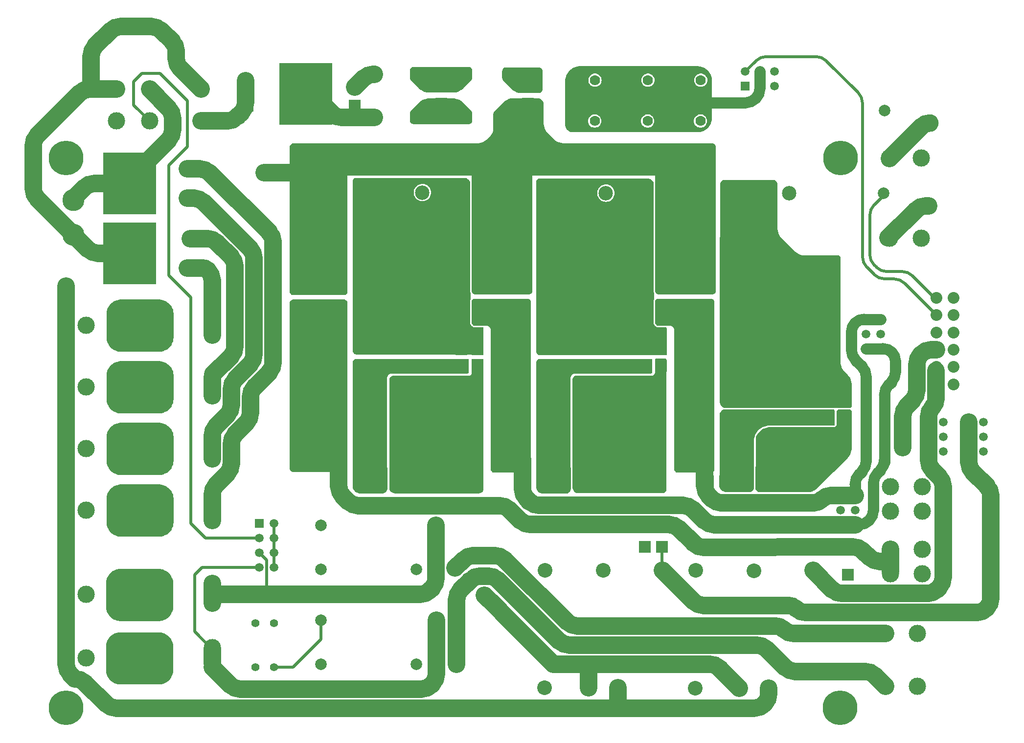
<source format=gtl>
%TF.GenerationSoftware,KiCad,Pcbnew,7.0.2*%
%TF.CreationDate,2023-09-23T19:56:34-04:00*%
%TF.ProjectId,Power Distribution Board,506f7765-7220-4446-9973-747269627574,rev?*%
%TF.SameCoordinates,PX3c7dd70PY9e91430*%
%TF.FileFunction,Copper,L1,Top*%
%TF.FilePolarity,Positive*%
%FSLAX46Y46*%
G04 Gerber Fmt 4.6, Leading zero omitted, Abs format (unit mm)*
G04 Created by KiCad (PCBNEW 7.0.2) date 2023-09-23 19:56:34*
%MOMM*%
%LPD*%
G01*
G04 APERTURE LIST*
%TA.AperFunction,ComponentPad*%
%ADD10C,2.500000*%
%TD*%
%TA.AperFunction,ComponentPad*%
%ADD11R,1.500000X1.500000*%
%TD*%
%TA.AperFunction,ComponentPad*%
%ADD12C,1.500000*%
%TD*%
%TA.AperFunction,ComponentPad*%
%ADD13C,1.400000*%
%TD*%
%TA.AperFunction,SMDPad,CuDef*%
%ADD14R,2.000000X2.000000*%
%TD*%
%TA.AperFunction,ComponentPad*%
%ADD15C,2.000000*%
%TD*%
%TA.AperFunction,ComponentPad*%
%ADD16C,3.000000*%
%TD*%
%TA.AperFunction,SMDPad,CuDef*%
%ADD17R,2.700000X1.100000*%
%TD*%
%TA.AperFunction,SMDPad,CuDef*%
%ADD18R,9.200000X10.700000*%
%TD*%
%TA.AperFunction,ComponentPad*%
%ADD19C,3.810000*%
%TD*%
%TA.AperFunction,ComponentPad*%
%ADD20C,1.778000*%
%TD*%
%TA.AperFunction,ComponentPad*%
%ADD21C,2.540000*%
%TD*%
%TA.AperFunction,ComponentPad*%
%ADD22C,2.032000*%
%TD*%
%TA.AperFunction,ViaPad*%
%ADD23C,6.000000*%
%TD*%
%TA.AperFunction,ViaPad*%
%ADD24C,1.270000*%
%TD*%
%TA.AperFunction,Conductor*%
%ADD25C,3.048000*%
%TD*%
%TA.AperFunction,Conductor*%
%ADD26C,0.508000*%
%TD*%
%TA.AperFunction,Conductor*%
%ADD27C,1.905000*%
%TD*%
G04 APERTURE END LIST*
D10*
%TO.P,U1,1,+Vin*%
%TO.N,/VIN+*%
X55276899Y92419501D03*
%TO.P,U1,2,-Vin*%
%TO.N,/VIN-*%
X60356899Y92419501D03*
%TO.P,U1,3,Remote*%
%TO.N,unconnected-(U1-Remote-Pad3)*%
X70516899Y92419501D03*
%TO.P,U1,4,+Vout*%
%TO.N,V_OUT_1*%
X52736899Y46699501D03*
%TO.P,U1,5,-Vout*%
%TO.N,GND*%
X62896899Y46699501D03*
%TO.P,U1,6,TRIM*%
%TO.N,Net-(U1-TRIM)*%
X73056899Y46699501D03*
%TD*%
D11*
%TO.P,P17,1,1*%
%TO.N,V_E*%
X126396899Y110834501D03*
D12*
%TO.P,P17,2,2*%
X126396899Y113374501D03*
%TO.P,P17,3,3*%
%TO.N,V_FAN*%
X128936899Y110834501D03*
%TO.P,P17,4,4*%
X128936899Y113374501D03*
%TO.P,P17,5,5*%
%TO.N,V_D*%
X131476899Y110834501D03*
%TO.P,P17,6,6*%
X131476899Y113374501D03*
%TD*%
D13*
%TO.P,R2,1,1*%
%TO.N,V_BATT_ACT*%
X44812099Y17895901D03*
%TO.P,R2,2,2*%
%TO.N,Net-(K2-Pad3)*%
X44812099Y10275901D03*
%TD*%
D14*
%TO.P,C15,1,1*%
%TO.N,GND*%
X140798699Y53175101D03*
%TO.P,C15,2,2*%
%TO.N,/VIN-*%
X140798699Y56175100D03*
%TD*%
%TO.P,C11,1,1*%
%TO.N,Net-(U2-TRIM)*%
X111817299Y62369901D03*
%TO.P,C11,2,2*%
%TO.N,/VIN-*%
X111817299Y65369900D03*
%TD*%
%TO.P,C6,1,1*%
%TO.N,V_OUT_3*%
X112071299Y72910901D03*
%TO.P,C6,2,2*%
%TO.N,/VIN+*%
X112071299Y75910900D03*
%TD*%
D12*
%TO.P,L2,1,1*%
%TO.N,/VIN-*%
X85286900Y112893701D03*
%TO.P,L2,2,2*%
%TO.N,Net-(C2-Pad2)*%
X77666900Y112893701D03*
%TO.P,L2,3,1*%
%TO.N,/VIN+*%
X85286900Y105393701D03*
%TO.P,L2,4,2*%
%TO.N,Net-(C2-Pad1)*%
X77666900Y105393701D03*
%TD*%
D14*
%TO.P,C1,1,1*%
%TO.N,V_E*%
X58807499Y107480301D03*
%TO.P,C1,2,2*%
%TO.N,BATT_GND*%
X58807499Y110480300D03*
%TD*%
%TO.P,C4,1,1*%
%TO.N,V_OUT_1*%
X48926899Y72783901D03*
%TO.P,C4,2,2*%
%TO.N,/VIN+*%
X48926899Y75783900D03*
%TD*%
%TO.P,C5,1,1*%
%TO.N,V_OUT_2*%
X80270499Y72910901D03*
%TO.P,C5,2,2*%
%TO.N,/VIN+*%
X80270499Y75910900D03*
%TD*%
%TO.P,C14,1,1*%
%TO.N,GND*%
X109074100Y62369900D03*
%TO.P,C14,2,2*%
%TO.N,/VIN-*%
X109074100Y65369899D03*
%TD*%
D10*
%TO.P,U2,1,+Vin*%
%TO.N,/VIN+*%
X87026899Y92317901D03*
%TO.P,U2,2,-Vin*%
%TO.N,/VIN-*%
X92106899Y92317901D03*
%TO.P,U2,3,Remote*%
%TO.N,unconnected-(U2-Remote-Pad3)*%
X102266899Y92317901D03*
%TO.P,U2,4,+Vout*%
%TO.N,V_OUT_2*%
X84486899Y46597901D03*
%TO.P,U2,5,-Vout*%
%TO.N,GND*%
X94646899Y46597901D03*
%TO.P,U2,6,TRIM*%
%TO.N,Net-(U2-TRIM)*%
X104806899Y46597901D03*
%TD*%
D15*
%TO.P,RT1,1,1*%
%TO.N,Net-(P8-Pad2)*%
X158324699Y104433701D03*
%TO.P,RT1,2,2*%
%TO.N,V_D*%
X150524699Y106583701D03*
%TD*%
D16*
%TO.P,F4,1*%
%TO.N,Net-(F4-Pad1)*%
X24212699Y39025101D03*
X24212699Y35625101D03*
%TO.P,F4,2*%
%TO.N,Net-(D3-A-Pad3)*%
X34122700Y39025101D03*
X34122700Y35625101D03*
%TD*%
D17*
%TO.P,D2,1,A*%
%TO.N,Net-(D2-A-Pad1)*%
X39917900Y112028301D03*
D18*
%TO.P,D2,2,A*%
%TO.N,V_E*%
X50367900Y109488301D03*
D17*
%TO.P,D2,3,A*%
%TO.N,Net-(D2-A-Pad1)*%
X39917900Y106948301D03*
%TD*%
D16*
%TO.P,P2,1,1*%
%TO.N,/40V_IN*%
X32188300Y110301100D03*
%TO.P,P2,2,2*%
%TO.N,Net-(D2-A-Pad1)*%
X32188300Y104801100D03*
%TD*%
D19*
%TO.P,P5,1,A*%
%TO.N,/40V_IN*%
X10141099Y85078901D03*
%TO.P,P5,2,B*%
%TO.N,Net-(P5-B)*%
X10141099Y91078901D03*
%TD*%
D16*
%TO.P,F2,1*%
%TO.N,Net-(F2-Pad1)*%
X24212699Y60615101D03*
X24212699Y57215101D03*
%TO.P,F2,2*%
%TO.N,Net-(D1-A-Pad3)*%
X34122700Y60615101D03*
X34122700Y57215101D03*
%TD*%
D14*
%TO.P,C10,1,1*%
%TO.N,Net-(U1-TRIM)*%
X80041899Y62319101D03*
%TO.P,C10,2,2*%
%TO.N,/VIN-*%
X80041899Y65319100D03*
%TD*%
D16*
%TO.P,P8,1,1*%
%TO.N,BATT_GND*%
X156826099Y98388501D03*
%TO.P,P8,2,2*%
%TO.N,Net-(P8-Pad2)*%
X151326099Y98388501D03*
%TD*%
%TO.P,F3,1*%
%TO.N,Net-(F3-Pad1)*%
X24212699Y49693101D03*
X24212699Y46293101D03*
%TO.P,F3,2*%
%TO.N,Net-(D3-A-Pad1)*%
X34122700Y49693101D03*
X34122700Y46293101D03*
%TD*%
D11*
%TO.P,P12,1,1*%
%TO.N,V_OUT_2*%
X145396099Y34913901D03*
D12*
%TO.P,P12,2,2*%
X142856099Y34913901D03*
%TO.P,P12,3,3*%
%TO.N,Net-(P12-Pad3)*%
X145396099Y37453901D03*
%TO.P,P12,4,4*%
X142856099Y37453901D03*
%TO.P,P12,5,5*%
%TO.N,V_OUT_3*%
X145396099Y39993901D03*
%TO.P,P12,6,6*%
X142856099Y39993901D03*
%TD*%
D16*
%TO.P,P15,1,1*%
%TO.N,BATT_GND*%
X156191099Y16067101D03*
%TO.P,P15,2,2*%
%TO.N,Net-(K1-Pad2)*%
X150691099Y16067101D03*
%TD*%
D20*
%TO.P,P21,1,1*%
%TO.N,V_FAN*%
X116150699Y111873109D03*
%TO.P,P21,2,2*%
%TO.N,BATT_GND*%
X118690699Y111873109D03*
%TD*%
D21*
%TO.P,U5,1,+Vin*%
%TO.N,/VIN+*%
X130460899Y6643701D03*
%TO.P,U5,2,-Vin*%
%TO.N,/VIN-*%
X125380899Y6643701D03*
%TO.P,U5,3,+Vout*%
%TO.N,V_3.3*%
X138120899Y27003701D03*
%TO.P,U5,4,Trim*%
%TO.N,unconnected-(U5-Trim-Pad4)*%
X127920899Y26963701D03*
%TO.P,U5,5,-Vout*%
%TO.N,GND*%
X117800899Y27003701D03*
%TO.P,U5,6,Remote*%
%TO.N,unconnected-(U5-Remote-Pad6)*%
X117760899Y6643701D03*
%TD*%
D11*
%TO.P,P9,1,1*%
%TO.N,V_5*%
X165081099Y52633311D03*
D12*
%TO.P,P9,2,2*%
%TO.N,GND*%
X167621099Y52633311D03*
%TO.P,P9,3,3*%
%TO.N,V_5*%
X165081099Y50093311D03*
%TO.P,P9,4,4*%
%TO.N,GND*%
X167621099Y50093311D03*
%TO.P,P9,5,5*%
%TO.N,V_5*%
X165081099Y47553311D03*
%TO.P,P9,6,6*%
%TO.N,GND*%
X167621099Y47553311D03*
%TD*%
D14*
%TO.P,C9,1,1*%
%TO.N,V_OUT_3*%
X119893099Y42406901D03*
%TO.P,C9,2,2*%
%TO.N,GND*%
X122893099Y42406901D03*
%TD*%
D20*
%TO.P,P26,1,1*%
%TO.N,V_FAN*%
X97837299Y111873109D03*
%TO.P,P26,2,2*%
%TO.N,BATT_GND*%
X100377299Y111873109D03*
%TD*%
D16*
%TO.P,P4,1,1*%
%TO.N,BATT_GND*%
X12274699Y48113432D03*
%TO.P,P4,2,2*%
%TO.N,Net-(F3-Pad1)*%
X17774699Y48113432D03*
%TD*%
D11*
%TO.P,P19,1,1*%
%TO.N,V_E*%
X42272099Y35167901D03*
D12*
%TO.P,P19,2,2*%
%TO.N,V_BATT_ACT*%
X44812099Y35167901D03*
%TO.P,P19,3,3*%
%TO.N,V_D*%
X42272099Y32627901D03*
%TO.P,P19,4,4*%
%TO.N,V_BATT_ACT*%
X44812099Y32627901D03*
%TO.P,P19,5,5*%
%TO.N,V_BAT5*%
X42272099Y30087901D03*
%TO.P,P19,6,6*%
%TO.N,V_BATT_ACT*%
X44812099Y30087901D03*
%TO.P,P19,7,7*%
%TO.N,V_BAT6*%
X42272099Y27547901D03*
%TO.P,P19,8,8*%
%TO.N,V_BATT_ACT*%
X44812099Y27547901D03*
%TD*%
D17*
%TO.P,D3,1,A*%
%TO.N,Net-(D3-A-Pad1)*%
X30326098Y91428901D03*
D18*
%TO.P,D3,2,A*%
%TO.N,Net-(P5-B)*%
X19876098Y93968901D03*
D17*
%TO.P,D3,3,A*%
%TO.N,Net-(D3-A-Pad3)*%
X30326098Y96508901D03*
%TD*%
D14*
%TO.P,C7,1,1*%
%TO.N,V_OUT_2*%
X88270099Y42279901D03*
%TO.P,C7,2,2*%
%TO.N,GND*%
X91270099Y42279901D03*
%TD*%
%TO.P,C17,1,1*%
%TO.N,V_3.3*%
X144126100Y23253900D03*
%TO.P,C17,2,2*%
%TO.N,GND*%
X144126100Y26253900D03*
%TD*%
D21*
%TO.P,U4,1,+Vin*%
%TO.N,/VIN+*%
X104349700Y6694500D03*
%TO.P,U4,2,-Vin*%
%TO.N,/VIN-*%
X99269700Y6694500D03*
%TO.P,U4,3,+Vout*%
%TO.N,V_5*%
X112009700Y27054500D03*
%TO.P,U4,4,Trim*%
%TO.N,unconnected-(U4-Trim-Pad4)*%
X101809700Y27014500D03*
%TO.P,U4,5,-Vout*%
%TO.N,GND*%
X91689700Y27054500D03*
%TO.P,U4,6,Remote*%
%TO.N,unconnected-(U4-Remote-Pad6)*%
X91649700Y6694500D03*
%TD*%
D12*
%TO.P,L1,1,1*%
%TO.N,Net-(C2-Pad2)*%
X69792900Y112893701D03*
%TO.P,L1,2,2*%
%TO.N,BATT_GND*%
X62172900Y112893701D03*
%TO.P,L1,3,1*%
%TO.N,Net-(C2-Pad1)*%
X69792900Y105393701D03*
%TO.P,L1,4,2*%
%TO.N,V_E*%
X62172900Y105393701D03*
%TD*%
D14*
%TO.P,C12,1,1*%
%TO.N,Net-(U3-TRIM)*%
X143516499Y53175101D03*
%TO.P,C12,2,2*%
%TO.N,/VIN-*%
X143516499Y56175100D03*
%TD*%
D16*
%TO.P,P6,1,1*%
%TO.N,BATT_GND*%
X12274699Y37453901D03*
%TO.P,P6,2,2*%
%TO.N,Net-(F4-Pad1)*%
X17774699Y37453901D03*
%TD*%
D14*
%TO.P,C2,1,1*%
%TO.N,Net-(C2-Pad1)*%
X73818890Y107759701D03*
%TO.P,C2,2,2*%
%TO.N,Net-(C2-Pad2)*%
X73818890Y110759700D03*
%TD*%
D13*
%TO.P,R1,1,1*%
%TO.N,V_BATT_ACT*%
X41637099Y17895901D03*
%TO.P,R1,2,2*%
%TO.N,Net-(K1-Pad3)*%
X41637099Y10275901D03*
%TD*%
D15*
%TO.P,K2,0*%
%TO.N,N/C*%
X69440099Y10783901D03*
%TO.P,K2,1,1*%
%TO.N,V_BAT6*%
X72940099Y18383901D03*
%TO.P,K2,2,2*%
%TO.N,Net-(K2-Pad2)*%
X76440099Y10783901D03*
%TO.P,K2,3,3*%
%TO.N,Net-(K2-Pad3)*%
X52940099Y18383901D03*
%TO.P,K2,4,4*%
%TO.N,BATT_GND*%
X52940099Y10783901D03*
%TD*%
D20*
%TO.P,P25,1,1*%
%TO.N,V_FAN*%
X97786499Y104786509D03*
%TO.P,P25,2,2*%
%TO.N,BATT_GND*%
X100326499Y104786509D03*
%TD*%
D16*
%TO.P,P11,1,1*%
%TO.N,BATT_GND*%
X12274699Y22899701D03*
%TO.P,P11,2,2*%
%TO.N,Net-(F5-Pad1)*%
X17774699Y22899701D03*
%TD*%
D20*
%TO.P,P22,1,1*%
%TO.N,V_FAN*%
X107006699Y111873109D03*
%TO.P,P22,2,2*%
%TO.N,BATT_GND*%
X109546699Y111873109D03*
%TD*%
%TO.P,P20,1,1*%
%TO.N,V_FAN*%
X116099899Y104786509D03*
%TO.P,P20,2,2*%
%TO.N,BATT_GND*%
X118639899Y104786509D03*
%TD*%
D16*
%TO.P,P3,1,1*%
%TO.N,BATT_GND*%
X12274699Y58772964D03*
%TO.P,P3,2,2*%
%TO.N,Net-(F2-Pad1)*%
X17774699Y58772964D03*
%TD*%
%TO.P,P7,1,1*%
%TO.N,Net-(P5-B)*%
X23298300Y110301100D03*
%TO.P,P7,2,2*%
%TO.N,V_D*%
X23298300Y104801100D03*
%TO.P,P7,3,3*%
%TO.N,/40V_IN*%
X17598301Y110301100D03*
%TO.P,P7,4,4*%
%TO.N,V_E*%
X17598301Y104801100D03*
%TD*%
%TO.P,P10,1,1*%
%TO.N,BATT_GND*%
X156826099Y84520101D03*
%TO.P,P10,2,2*%
%TO.N,Net-(P10-Pad2)*%
X151326099Y84520101D03*
%TD*%
%TO.P,P18,1,1*%
%TO.N,GND*%
X157036099Y41458899D03*
%TO.P,P18,2,2*%
X157036099Y37258900D03*
%TO.P,P18,3,3*%
%TO.N,Net-(P12-Pad3)*%
X151536099Y41458899D03*
%TO.P,P18,4,4*%
X151536099Y37258900D03*
%TD*%
%TO.P,F1,1*%
%TO.N,Net-(F1-Pad1)*%
X24212699Y71157724D03*
X24212699Y67757724D03*
%TO.P,F1,2*%
%TO.N,Net-(D1-A-Pad1)*%
X34122700Y71157724D03*
X34122700Y67757724D03*
%TD*%
%TO.P,P28,1,1*%
%TO.N,BATT_GND*%
X12274699Y11850701D03*
%TO.P,P28,2,2*%
%TO.N,Net-(F6-Pad1)*%
X17774699Y11850701D03*
%TD*%
D15*
%TO.P,K1,0*%
%TO.N,N/C*%
X69440099Y27166901D03*
%TO.P,K1,1,1*%
%TO.N,V_BAT5*%
X72940099Y34766901D03*
%TO.P,K1,2,2*%
%TO.N,Net-(K1-Pad2)*%
X76440099Y27166901D03*
%TO.P,K1,3,3*%
%TO.N,Net-(K1-Pad3)*%
X52940099Y34766901D03*
%TO.P,K1,4,4*%
%TO.N,BATT_GND*%
X52940099Y27166901D03*
%TD*%
D11*
%TO.P,P13,1,1*%
%TO.N,V_OUT_2*%
X149841099Y65393901D03*
D12*
%TO.P,P13,2,2*%
X147301099Y65393901D03*
%TO.P,P13,3,3*%
%TO.N,/V_SEL_1*%
X149841099Y67933901D03*
%TO.P,P13,4,4*%
X147301099Y67933901D03*
%TO.P,P13,5,5*%
%TO.N,V_OUT_3*%
X149841099Y70473901D03*
%TO.P,P13,6,6*%
X147301099Y70473901D03*
%TD*%
D10*
%TO.P,U3,1,+Vin*%
%TO.N,/VIN+*%
X118776899Y92317901D03*
%TO.P,U3,2,-Vin*%
%TO.N,/VIN-*%
X123856899Y92317901D03*
%TO.P,U3,3,Remote*%
%TO.N,unconnected-(U3-Remote-Pad3)*%
X134016899Y92317901D03*
%TO.P,U3,4,+Vout*%
%TO.N,V_OUT_3*%
X116236899Y46597901D03*
%TO.P,U3,5,-Vout*%
%TO.N,GND*%
X126396899Y46597901D03*
%TO.P,U3,6,TRIM*%
%TO.N,Net-(U3-TRIM)*%
X136556899Y46597901D03*
%TD*%
D22*
%TO.P,P23,1,1*%
%TO.N,GND*%
X162464899Y59205612D03*
%TO.P,P23,2,2*%
%TO.N,V_3.3*%
X159464900Y59205612D03*
%TO.P,P23,3,3*%
%TO.N,GND*%
X162464899Y62205611D03*
%TO.P,P23,4,4*%
%TO.N,V_3.3*%
X159464900Y62205611D03*
%TO.P,P23,5,5*%
%TO.N,GND*%
X162464899Y65205610D03*
%TO.P,P23,6,6*%
%TO.N,V_5*%
X159464900Y65205610D03*
%TO.P,P23,7,7*%
%TO.N,GND*%
X162464899Y68205610D03*
%TO.P,P23,8,8*%
%TO.N,/V_SEL_1*%
X159464900Y68205610D03*
%TO.P,P23,9,9*%
%TO.N,GND*%
X162464899Y71205609D03*
%TO.P,P23,10,10*%
%TO.N,V_E*%
X159464900Y71205609D03*
%TO.P,P23,11,11*%
%TO.N,GND*%
X162464899Y74205608D03*
%TO.P,P23,12,12*%
%TO.N,V_D*%
X159464900Y74205608D03*
%TD*%
D11*
%TO.P,P14,1,1*%
%TO.N,V_3.3*%
X158096099Y52633311D03*
D12*
%TO.P,P14,2,2*%
%TO.N,GND*%
X160636099Y52633311D03*
%TO.P,P14,3,3*%
%TO.N,V_3.3*%
X158096099Y50093311D03*
%TO.P,P14,4,4*%
%TO.N,GND*%
X160636099Y50093311D03*
%TO.P,P14,5,5*%
%TO.N,V_3.3*%
X158096099Y47553311D03*
%TO.P,P14,6,6*%
%TO.N,GND*%
X160636099Y47553311D03*
%TD*%
D14*
%TO.P,C13,1,1*%
%TO.N,GND*%
X77273299Y62319101D03*
%TO.P,C13,2,2*%
%TO.N,/VIN-*%
X77273299Y65319100D03*
%TD*%
D16*
%TO.P,P29,1,1*%
%TO.N,BATT_GND*%
X156191099Y6973901D03*
%TO.P,P29,2,2*%
%TO.N,Net-(K2-Pad2)*%
X150691099Y6973901D03*
%TD*%
D20*
%TO.P,P27,1,1*%
%TO.N,V_FAN*%
X106955899Y104786509D03*
%TO.P,P27,2,2*%
%TO.N,BATT_GND*%
X109495899Y104786509D03*
%TD*%
D14*
%TO.P,C3,1,1*%
%TO.N,/VIN+*%
X88804899Y107759701D03*
%TO.P,C3,2,2*%
%TO.N,/VIN-*%
X88804899Y110759700D03*
%TD*%
%TO.P,C8,1,1*%
%TO.N,V_OUT_1*%
X56520099Y42406901D03*
%TO.P,C8,2,2*%
%TO.N,GND*%
X59520099Y42406901D03*
%TD*%
D17*
%TO.P,D1,1,A*%
%TO.N,Net-(D1-A-Pad1)*%
X30326098Y79363901D03*
D18*
%TO.P,D1,2,A*%
%TO.N,/40V_IN*%
X19876098Y81903901D03*
D17*
%TO.P,D1,3,A*%
%TO.N,Net-(D1-A-Pad3)*%
X30326098Y84443901D03*
%TD*%
D16*
%TO.P,F6,1*%
%TO.N,Net-(F6-Pad1)*%
X24212699Y13675901D03*
X24212699Y10275901D03*
%TO.P,F6,2*%
%TO.N,V_BAT6*%
X34122700Y13675901D03*
X34122700Y10275901D03*
%TD*%
%TO.P,P1,1,1*%
%TO.N,BATT_GND*%
X12274699Y69432496D03*
%TO.P,P1,2,2*%
%TO.N,Net-(F1-Pad1)*%
X17774699Y69432496D03*
%TD*%
D14*
%TO.P,C16,1,1*%
%TO.N,V_5*%
X111971099Y31103901D03*
%TO.P,C16,2,2*%
%TO.N,GND*%
X108971099Y31103901D03*
%TD*%
D16*
%TO.P,F5,1*%
%TO.N,Net-(F5-Pad1)*%
X24212699Y24750301D03*
X24212699Y21350301D03*
%TO.P,F5,2*%
%TO.N,V_BAT5*%
X34122700Y24750301D03*
X34122700Y21350301D03*
%TD*%
D15*
%TO.P,RT2,1,1*%
%TO.N,Net-(P10-Pad2)*%
X158146899Y90108101D03*
%TO.P,RT2,2,2*%
%TO.N,V_D*%
X150346899Y92258101D03*
%TD*%
D16*
%TO.P,P16,1,1*%
%TO.N,GND*%
X157036099Y30663899D03*
%TO.P,P16,2,2*%
X157036099Y26463900D03*
%TO.P,P16,3,3*%
%TO.N,V_OUT_1*%
X151536099Y30663899D03*
%TO.P,P16,4,4*%
X151536099Y26463900D03*
%TD*%
D23*
%TO.N,*%
X142801099Y3191122D03*
X8871114Y3191122D03*
X8871114Y98381076D03*
X142871099Y98381076D03*
D24*
%TO.N,V_E*%
X49629572Y108749973D03*
%TO.N,V_5*%
X153651099Y48248901D03*
%TO.N,GND*%
X109201099Y31103901D03*
X144126099Y26023901D03*
%TO.N,/VIN-*%
X136506099Y60948901D03*
X83166099Y20816901D03*
X85071099Y18911901D03*
X81261099Y22721901D03*
X136506099Y59043901D03*
X136506099Y57138901D03*
%TO.N,/VIN+*%
X8871099Y76188903D03*
X43161099Y95873901D03*
%TD*%
D25*
%TO.N,BATT_GND*%
X62096604Y112893701D02*
X62172900Y112893701D01*
X58782099Y110631301D02*
X60300552Y112149753D01*
X62096604Y112893697D02*
G75*
G03*
X60300553Y112149752I-4J-2539997D01*
G01*
D26*
%TO.N,V_D*%
X26651099Y78093901D02*
X30461099Y74283901D01*
X148680047Y79889952D02*
X149097151Y79472849D01*
X26651099Y78093901D02*
X26651099Y97143901D01*
X20555099Y107544301D02*
X20555099Y111621901D01*
X29826099Y100318901D02*
X29826099Y108319901D01*
X33001099Y32627901D02*
X42272099Y32627901D01*
X155346044Y77984952D02*
X159464900Y73866096D01*
X25127099Y113018901D02*
X29826099Y108319901D01*
X26651099Y97143901D02*
X29826099Y100318901D01*
X30461099Y35167901D02*
X33001099Y32627901D01*
X20555099Y111621901D02*
X21952099Y113018901D01*
X30461099Y35167901D02*
X30461099Y74283901D01*
X147936099Y81686004D02*
X147936099Y88471797D01*
X20555099Y107544301D02*
X23298299Y104801101D01*
X148680047Y90267849D02*
X150476099Y92063901D01*
X150893203Y78728901D02*
X153549992Y78728901D01*
X21952099Y113018901D02*
X25127099Y113018901D01*
X148680046Y90267850D02*
G75*
G03*
X147936099Y88471797I1796054J-1796050D01*
G01*
X155346047Y77984956D02*
G75*
G03*
X153549992Y78728901I-1796047J-1796056D01*
G01*
X149097150Y79472848D02*
G75*
G03*
X150893203Y78728901I1796050J1796052D01*
G01*
X147936103Y81686004D02*
G75*
G03*
X148680048Y79889953I2539997J-4D01*
G01*
D25*
%TO.N,/40V_IN*%
X12920403Y110301101D02*
X17598300Y110301101D01*
X27921099Y115558901D02*
X27921099Y116792797D01*
X13189099Y110986901D02*
X13189099Y116030797D01*
X28621560Y113867840D02*
X32188299Y110301101D01*
X3900047Y91319952D02*
X10141099Y85078901D01*
X18305203Y121146901D02*
X23566996Y121146901D01*
X3900047Y102332849D02*
X11124351Y109557152D01*
X14368203Y81903901D02*
X19876099Y81903901D01*
X10141099Y85078901D02*
X12572151Y82647849D01*
X3156099Y93116004D02*
X3156099Y100536797D01*
X13933047Y117826849D02*
X16509151Y120402952D01*
X25363047Y120402952D02*
X27177151Y118588849D01*
X25363049Y120402954D02*
G75*
G03*
X23566996Y121146901I-1796049J-1796054D01*
G01*
X12572150Y82647848D02*
G75*
G03*
X14368203Y81903901I1796050J1796052D01*
G01*
X3156103Y93116004D02*
G75*
G03*
X3900048Y91319953I2539997J-4D01*
G01*
X27921095Y115558901D02*
G75*
G03*
X28621559Y113867842I2391505J-1D01*
G01*
X3900046Y102332850D02*
G75*
G03*
X3156099Y100536797I1796054J-1796050D01*
G01*
X18305203Y121146898D02*
G75*
G03*
X16509152Y120402952I-3J-2539998D01*
G01*
X13933046Y117826850D02*
G75*
G03*
X13189099Y116030797I1796054J-1796050D01*
G01*
X12920403Y110301098D02*
G75*
G03*
X11124352Y109557152I-3J-2539998D01*
G01*
X27921096Y116792797D02*
G75*
G03*
X27177149Y118588847I-2539996J3D01*
G01*
%TO.N,Net-(D2-A-Pad1)*%
X32188299Y104801101D02*
X36718597Y104801101D01*
X39917900Y108000404D02*
X39917900Y111776950D01*
X38514649Y105545050D02*
X39173952Y106204352D01*
X39173953Y106204351D02*
G75*
G03*
X39917900Y108000404I-1796053J1796049D01*
G01*
X36718597Y104801104D02*
G75*
G03*
X38514647Y105545051I3J2539996D01*
G01*
%TO.N,Net-(K1-Pad2)*%
X97299203Y17387901D02*
X131626307Y17387901D01*
X84799047Y28835952D02*
X95503151Y18131849D01*
X76186936Y27420068D02*
X77602821Y28835952D01*
X79398873Y29579901D02*
X83002996Y29579901D01*
X134815003Y16067101D02*
X150691099Y16067101D01*
X133018950Y16811048D02*
G75*
G03*
X134815003Y16067101I1796050J1796052D01*
G01*
X79398873Y29579919D02*
G75*
G03*
X77602822Y28835952I27J-2540019D01*
G01*
X95503150Y18131848D02*
G75*
G03*
X97299203Y17387901I1796050J1796052D01*
G01*
X84799049Y28835954D02*
G75*
G03*
X83002996Y29579901I-1796049J-1796054D01*
G01*
X133018949Y16811047D02*
G75*
G03*
X131626307Y17387901I-1392649J-1392647D01*
G01*
%TO.N,Net-(K2-Pad2)*%
X83685316Y25279952D02*
X85503634Y23461634D01*
X85503634Y23461634D02*
X94135419Y14829849D01*
X130138047Y13341952D02*
X133222151Y10257849D01*
X95931471Y14085901D02*
X128341996Y14085901D01*
X135018203Y9513901D02*
X147098996Y9513901D01*
X80535203Y26023901D02*
X81889264Y26023901D01*
X148895048Y8769952D02*
X150691099Y6973901D01*
X76440099Y10783901D02*
X76440099Y21928798D01*
X77184049Y23724850D02*
X78739151Y25279952D01*
X133222150Y10257848D02*
G75*
G03*
X135018203Y9513901I1796050J1796052D01*
G01*
X77184047Y23724850D02*
G75*
G03*
X76440099Y21928798I1796053J-1796050D01*
G01*
X83685333Y25279970D02*
G75*
G03*
X81889264Y26023901I-1796033J-1796070D01*
G01*
X130138049Y13341954D02*
G75*
G03*
X128341996Y14085901I-1796049J-1796054D01*
G01*
X80535203Y26023898D02*
G75*
G03*
X78739152Y25279952I-3J-2539998D01*
G01*
X94135434Y14829864D02*
G75*
G03*
X95931471Y14085901I1796066J1796036D01*
G01*
X148895049Y8769954D02*
G75*
G03*
X147098996Y9513901I-1796049J-1796054D01*
G01*
%TO.N,Net-(P5-B)*%
X23298299Y110301101D02*
X26542151Y107057249D01*
X20936099Y95873901D02*
X26542151Y101479952D01*
X13733203Y93968901D02*
X19876099Y93968901D01*
X10590113Y91877914D02*
X11937151Y93224952D01*
X27286099Y103276004D02*
X27286099Y105261197D01*
X26542152Y101479951D02*
G75*
G03*
X27286099Y103276004I-1796052J1796049D01*
G01*
X10590118Y91877907D02*
G75*
G03*
X10141100Y90793901I1083982J-1084007D01*
G01*
X13733203Y93968898D02*
G75*
G03*
X11937152Y93224952I-3J-2539998D01*
G01*
X27286096Y105261197D02*
G75*
G03*
X26542149Y107057247I-2539996J3D01*
G01*
D27*
%TO.N,V_OUT_3*%
X145396099Y39993901D02*
X145396099Y41898929D01*
X146929124Y70473901D02*
X147301099Y70473901D01*
X146140047Y43694980D02*
X146557151Y44112084D01*
D25*
X120105047Y39884952D02*
X120631099Y39358901D01*
D27*
X147301099Y70473901D02*
X149841099Y70473901D01*
X145505047Y63379952D02*
X146557151Y62327849D01*
D25*
X141368203Y39993901D02*
X142856099Y39993901D01*
X122164124Y38723901D02*
X138302148Y38723901D01*
D27*
X147301099Y45908136D02*
X147301099Y60531797D01*
D25*
X142856099Y39993901D02*
X145396099Y39993901D01*
X119361099Y41681004D02*
X119361099Y46978901D01*
D27*
X144761099Y65176004D02*
X144761099Y68305876D01*
X146557168Y44112067D02*
G75*
G03*
X147301099Y45908136I-1796068J1796033D01*
G01*
D25*
X119361103Y41681004D02*
G75*
G03*
X120105048Y39884953I2539997J-4D01*
G01*
D27*
X147301096Y60531797D02*
G75*
G03*
X146557149Y62327847I-2539996J3D01*
G01*
D25*
X120631092Y39358893D02*
G75*
G03*
X122164124Y38723900I1533008J1533007D01*
G01*
D27*
X144761103Y65176004D02*
G75*
G03*
X145505048Y63379953I2539997J-4D01*
G01*
X146929124Y70473890D02*
G75*
G03*
X145396100Y69838900I-24J-2167990D01*
G01*
D25*
X138302148Y38723881D02*
G75*
G03*
X139572149Y39249954I-48J1796119D01*
G01*
X141368203Y39993898D02*
G75*
G03*
X139572152Y39249952I-3J-2539998D01*
G01*
D27*
X145396092Y69838908D02*
G75*
G03*
X144761099Y68305876I1533008J-1533008D01*
G01*
X146140062Y43694966D02*
G75*
G03*
X145396099Y41898929I1796038J-1796066D01*
G01*
%TO.N,V_OUT_2*%
X147301099Y65393901D02*
X149841099Y65393901D01*
D25*
X142856099Y34913901D02*
X145396099Y34913901D01*
X88558247Y39402352D02*
X88975351Y38985249D01*
D27*
X150476099Y45708901D02*
X150476099Y57356797D01*
X151220047Y59152849D02*
X151637151Y59569952D01*
X149841099Y65393901D02*
X150213074Y65393901D01*
D25*
X117412647Y37497352D02*
X119252151Y35657849D01*
D27*
X149315047Y43912849D02*
X149732151Y44329952D01*
X152381099Y61366004D02*
X152381099Y63225876D01*
X148571099Y37453901D02*
X148571099Y42116797D01*
X145396099Y34913901D02*
X146031099Y34913901D01*
D25*
X90786099Y38241301D02*
X115616596Y38241301D01*
X121048203Y34913901D02*
X142856099Y34913901D01*
X87814299Y41198404D02*
X87814299Y46216901D01*
X119252150Y35657848D02*
G75*
G03*
X121048203Y34913901I1796050J1796052D01*
G01*
D27*
X151637152Y59569951D02*
G75*
G03*
X152381099Y61366004I-1796052J1796049D01*
G01*
X151746107Y64758909D02*
G75*
G03*
X150213074Y65393901I-1533007J-1533009D01*
G01*
D25*
X88975350Y38985248D02*
G75*
G03*
X90771403Y38241301I1796050J1796052D01*
G01*
D27*
X149732152Y44329951D02*
G75*
G03*
X150476099Y46126004I-1796052J1796049D01*
G01*
X152381089Y63225876D02*
G75*
G03*
X151746099Y64758901I-2167989J24D01*
G01*
X149315046Y43912850D02*
G75*
G03*
X148571099Y42116797I1796054J-1796050D01*
G01*
D25*
X117412649Y37497354D02*
G75*
G03*
X115616596Y38241301I-1796049J-1796054D01*
G01*
D27*
X146031099Y34913901D02*
G75*
G03*
X148571099Y37453901I1J2539999D01*
G01*
D25*
X87814303Y41198404D02*
G75*
G03*
X88558248Y39402353I2539997J-4D01*
G01*
D27*
X151220046Y59152850D02*
G75*
G03*
X150476099Y57356797I1796054J-1796050D01*
G01*
D25*
%TO.N,V_OUT_1*%
X146794283Y30340717D02*
X147827151Y29307849D01*
X149623203Y28563901D02*
X151111099Y28563901D01*
X56038899Y41604804D02*
X56038899Y45531101D01*
X119223271Y30976901D02*
X144126183Y31084665D01*
X59427803Y38215901D02*
X83841196Y38215901D01*
X56782847Y39808752D02*
X57631751Y38959849D01*
X89222003Y34939301D02*
X113156664Y34939301D01*
X114952716Y34195352D02*
X117427219Y31720849D01*
X151536099Y26807308D02*
X151536099Y30663899D01*
X144126183Y31084665D02*
X144998231Y31084665D01*
X85637247Y37471952D02*
X87425951Y35683249D01*
X147827150Y29307848D02*
G75*
G03*
X149623203Y28563901I1796050J1796052D01*
G01*
X114952733Y34195370D02*
G75*
G03*
X113156664Y34939301I-1796033J-1796070D01*
G01*
X117427234Y31720864D02*
G75*
G03*
X119223271Y30976901I1796066J1796036D01*
G01*
X87425950Y35683248D02*
G75*
G03*
X89222003Y34939301I1796050J1796052D01*
G01*
X56038903Y41604804D02*
G75*
G03*
X56782848Y39808753I2539997J-4D01*
G01*
X146794259Y30340693D02*
G75*
G03*
X144998231Y31084665I-1796059J-1795993D01*
G01*
X85637249Y37471954D02*
G75*
G03*
X83841196Y38215901I-1796049J-1796054D01*
G01*
X57631750Y38959848D02*
G75*
G03*
X59427803Y38215901I1796050J1796052D01*
G01*
D27*
%TO.N,V_FAN*%
X128936899Y110478901D02*
X128936899Y110834501D01*
X119361099Y107938901D02*
X126396899Y107938901D01*
X128936899Y110834501D02*
X128936899Y113374501D01*
X126396899Y107938901D02*
G75*
G03*
X128936899Y110478901I1J2539999D01*
G01*
D25*
%TO.N,V_E*%
X56613602Y105393701D02*
X62172900Y105393701D01*
D26*
X130014403Y115939901D02*
X138628996Y115939901D01*
X126396899Y113374501D02*
X128218351Y115195952D01*
D25*
X52762299Y108192901D02*
X54817550Y106137649D01*
D26*
X140425047Y115195952D02*
X145922151Y109698849D01*
X153955556Y76714952D02*
X159464900Y71205609D01*
X146666099Y81305004D02*
X146666099Y107902797D01*
D25*
X49629572Y108749973D02*
X50367900Y109488301D01*
D26*
X150512203Y77458901D02*
X152159504Y77458901D01*
X147410047Y79508952D02*
X148716151Y78202849D01*
X146666103Y81305004D02*
G75*
G03*
X147410048Y79508953I2539997J-4D01*
G01*
D25*
X54817550Y106137649D02*
G75*
G03*
X56613602Y105393701I1796050J1796051D01*
G01*
D26*
X146666096Y107902797D02*
G75*
G03*
X145922149Y109698847I-2539996J3D01*
G01*
X130014403Y115939898D02*
G75*
G03*
X128218352Y115195952I-3J-2539998D01*
G01*
X148716150Y78202848D02*
G75*
G03*
X150512203Y77458901I1796050J1796052D01*
G01*
X153955553Y76714950D02*
G75*
G03*
X152159504Y77458901I-1796053J-1796050D01*
G01*
X140425049Y115195954D02*
G75*
G03*
X138628996Y115939901I-1796049J-1796054D01*
G01*
%TO.N,V_BATT_ACT*%
X44812099Y30087901D02*
X44812099Y32627901D01*
X44812099Y27547901D02*
X44812099Y30087901D01*
X44812099Y32627901D02*
X44812099Y35167901D01*
%TO.N,V_BAT6*%
X31096099Y16397301D02*
X34194899Y13298501D01*
X32366099Y27547901D02*
X42272099Y27547901D01*
D25*
X34122700Y10275901D02*
X37188751Y7209849D01*
X72940099Y9103005D02*
X72940099Y18383901D01*
D26*
X31096099Y26277901D02*
X32366099Y27547901D01*
D25*
X34194899Y10921604D02*
X34194899Y13298501D01*
X38984803Y6465901D02*
X70302996Y6465901D01*
X72099047Y7209849D02*
X72196152Y7306953D01*
D26*
X31096099Y16397301D02*
X31096099Y26277901D01*
D25*
X70302996Y6465904D02*
G75*
G03*
X72099047Y7209850I4J2539996D01*
G01*
X72196153Y7306951D02*
G75*
G03*
X72940099Y9103005I-1796053J1796049D01*
G01*
X37188750Y7209848D02*
G75*
G03*
X38984803Y6465901I1796050J1796052D01*
G01*
%TO.N,V_BAT5*%
X43542099Y22848901D02*
X70048996Y22848901D01*
X71845047Y23592849D02*
X72135151Y23882952D01*
X72879099Y25679004D02*
X72879099Y34766901D01*
D26*
X43542099Y22848901D02*
X43542099Y28817901D01*
X42272099Y30087901D02*
X43542099Y28817901D01*
D25*
X34122700Y21350301D02*
X34122700Y24750301D01*
X34194899Y22848901D02*
X43542099Y22848901D01*
X70048996Y22848904D02*
G75*
G03*
X71845047Y23592850I4J2539996D01*
G01*
X72135152Y23882951D02*
G75*
G03*
X72879099Y25679004I-1796052J1796049D01*
G01*
D26*
%TO.N,V_5*%
X111971099Y28271658D02*
X111971099Y31103901D01*
D25*
X112058599Y26976401D02*
X117347151Y21687849D01*
X165081099Y45745004D02*
X165081099Y52693901D01*
X119143203Y20943901D02*
X133888860Y20943901D01*
X156064099Y58212251D02*
X156064099Y62309797D01*
X165825047Y43948952D02*
X168147151Y41626849D01*
X154395047Y55491096D02*
X155320151Y56416200D01*
X153651099Y48248901D02*
X153651099Y53695044D01*
X136900780Y19696324D02*
X166351099Y19696324D01*
X168891099Y22236324D02*
X168891099Y39830797D01*
X158604099Y65205610D02*
X159464900Y65205610D01*
X154395070Y55491073D02*
G75*
G03*
X153651099Y53695044I1796030J-1796073D01*
G01*
X166351099Y19696301D02*
G75*
G03*
X168891099Y22236324I1J2539999D01*
G01*
D26*
X111971082Y28271658D02*
G75*
G03*
X112376100Y27293901I1382818J42D01*
G01*
D25*
X158604099Y65205601D02*
G75*
G03*
X156064099Y62665610I1J-2540001D01*
G01*
X135104744Y20440288D02*
G75*
G03*
X136900780Y19696324I1796056J1796012D01*
G01*
X117347150Y21687848D02*
G75*
G03*
X119143203Y20943901I1796050J1796052D01*
G01*
X168891096Y39830797D02*
G75*
G03*
X168147149Y41626847I-2539996J3D01*
G01*
X135104748Y20440292D02*
G75*
G03*
X133888860Y20943900I-1215848J-1215892D01*
G01*
X155320126Y56416224D02*
G75*
G03*
X156064099Y58212251I-1796026J1796076D01*
G01*
X165081103Y45745004D02*
G75*
G03*
X165825048Y43948953I2539997J-4D01*
G01*
%TO.N,V_3.3*%
X143178379Y22998324D02*
X157828419Y22998324D01*
X159366099Y56612851D02*
X159366099Y61583901D01*
X159624470Y23742272D02*
X159892151Y24009952D01*
X158096099Y46126004D02*
X158096099Y47613901D01*
X158096099Y47613901D02*
X158096099Y50153901D01*
X158096099Y52693901D02*
X158096099Y53546797D01*
X138120899Y27003701D02*
X141382328Y23742272D01*
X158096099Y50153901D02*
X158096099Y52693901D01*
X160636099Y25806004D02*
X160636099Y41481797D01*
X158840047Y44329952D02*
X159892151Y43277849D01*
X160636096Y41481797D02*
G75*
G03*
X159892149Y43277847I-2539996J3D01*
G01*
X141382343Y23742288D02*
G75*
G03*
X143178379Y22998324I1796057J1796012D01*
G01*
X159892152Y24009951D02*
G75*
G03*
X160636099Y25806004I-1796052J1796049D01*
G01*
X158096103Y46126004D02*
G75*
G03*
X158840048Y44329953I2539997J-4D01*
G01*
X158840046Y55342850D02*
G75*
G03*
X158096099Y53546797I1796054J-1796050D01*
G01*
X158840082Y55342814D02*
G75*
G03*
X159366099Y56612851I-1270082J1269986D01*
G01*
X157828419Y22998304D02*
G75*
G03*
X159624470Y23742273I-19J2539996D01*
G01*
D26*
%TO.N,GND*%
X144126099Y26023901D02*
X144126099Y26253900D01*
X108971099Y31103901D02*
X109201099Y31103901D01*
D25*
%TO.N,Net-(D1-A-Pad1)*%
X29826100Y79363900D02*
X30326099Y79363900D01*
X30326099Y79363901D02*
X32467018Y79363901D01*
X34122700Y67757724D02*
X34122700Y71157725D01*
X34122700Y71157725D02*
X34122700Y77190197D01*
X33378745Y78986242D02*
G75*
G03*
X32467018Y79363900I-911745J-911742D01*
G01*
X34122697Y77190197D02*
G75*
G03*
X33378751Y78986248I-2539997J3D01*
G01*
%TO.N,Net-(D1-A-Pad3)*%
X38081099Y65811004D02*
X38081099Y79581797D01*
X34271099Y60948901D02*
X37337151Y64014952D01*
X30326632Y84443367D02*
X33343752Y84443367D01*
X34122700Y57215101D02*
X34122700Y60459275D01*
X30326098Y84443901D02*
X30326632Y84443367D01*
X34220065Y60694667D02*
X34220299Y60694901D01*
X35015047Y83699952D02*
X37337151Y81377849D01*
X35015057Y83699962D02*
G75*
G03*
X33343752Y84443367I-1806957J-1811962D01*
G01*
X37337152Y64014951D02*
G75*
G03*
X38081099Y65811004I-1796052J1796049D01*
G01*
X34220298Y60694902D02*
G75*
G03*
X34220065Y60694667I976091526J-968166726D01*
G01*
X34220057Y60694675D02*
G75*
G03*
X34122699Y60459275I235843J-235375D01*
G01*
X38081096Y79581797D02*
G75*
G03*
X37337149Y81377847I-2539996J3D01*
G01*
%TO.N,Net-(D3-A-Pad1)*%
X30326632Y91428367D02*
X31028483Y91428367D01*
X34866648Y52019449D02*
X36702151Y53854952D01*
X37446099Y55651004D02*
X37446099Y58376516D01*
X38190047Y60172567D02*
X40639151Y62621671D01*
X32699779Y90684952D02*
X40639151Y82745580D01*
X34122700Y46293101D02*
X34122700Y49693101D01*
X29826100Y91428900D02*
X30326099Y91428900D01*
X41383099Y64417723D02*
X41383099Y80949529D01*
X34122700Y49693101D02*
X34122700Y50223398D01*
X32699774Y90684947D02*
G75*
G03*
X31028483Y91428366I-1806974J-1811947D01*
G01*
X38190056Y60172559D02*
G75*
G03*
X37446099Y58376516I1796044J-1796059D01*
G01*
X34866648Y52019450D02*
G75*
G03*
X34122700Y50223398I1796052J-1796050D01*
G01*
X36702152Y53854951D02*
G75*
G03*
X37446099Y55651004I-1796052J1796049D01*
G01*
X40639162Y62621660D02*
G75*
G03*
X41383099Y64417723I-1796062J1796040D01*
G01*
X41383119Y80949529D02*
G75*
G03*
X40639150Y82745580I-2540019J-29D01*
G01*
%TO.N,Net-(D3-A-Pad3)*%
X33745047Y95764952D02*
X43941151Y85568849D01*
X37424700Y45469605D02*
X37424700Y48833068D01*
X29826100Y96508900D02*
X30326099Y96508900D01*
X30326099Y96508901D02*
X31948996Y96508901D01*
X44685099Y63049991D02*
X44685099Y83772797D01*
X41492047Y58804836D02*
X43941151Y61253939D01*
X34122700Y39025101D02*
X34122700Y40063398D01*
X40748099Y54260674D02*
X40748099Y57008784D01*
X34866648Y41859449D02*
X36680751Y43673553D01*
X38168648Y50629119D02*
X40004151Y52464622D01*
X34122700Y35625101D02*
X34122700Y39025101D01*
X41492040Y58804843D02*
G75*
G03*
X40748099Y57008784I1796060J-1796043D01*
G01*
X40004137Y52464636D02*
G75*
G03*
X40748099Y54260674I-1796037J1796064D01*
G01*
X38168633Y50629135D02*
G75*
G03*
X37424700Y48833068I1796067J-1796035D01*
G01*
X34866648Y41859450D02*
G75*
G03*
X34122700Y40063398I1796052J-1796050D01*
G01*
X43941146Y61253944D02*
G75*
G03*
X44685099Y63049991I-1796046J1796056D01*
G01*
X44685096Y83772797D02*
G75*
G03*
X43941149Y85568847I-2539996J3D01*
G01*
X36680754Y43673551D02*
G75*
G03*
X37424700Y45469605I-1796054J1796049D01*
G01*
X33745049Y95764954D02*
G75*
G03*
X31948996Y96508901I-1796049J-1796054D01*
G01*
%TO.N,Net-(P8-Pad2)*%
X151314299Y98312303D02*
X156807080Y103805084D01*
X158324699Y104433712D02*
G75*
G03*
X156807080Y103805083I1J-2146212D01*
G01*
%TO.N,Net-(P10-Pad2)*%
X157675003Y90108101D02*
X158146899Y90108101D01*
X151111099Y84596301D02*
X155878951Y89364152D01*
X157675003Y90108098D02*
G75*
G03*
X155878952Y89364152I-3J-2539998D01*
G01*
%TO.N,/VIN-*%
X83166099Y20816901D02*
X85071099Y18911901D01*
X99269699Y6694501D02*
X99269699Y10783901D01*
X93199099Y10783901D02*
X99269699Y10783901D01*
X121984647Y10039952D02*
X125380899Y6643701D01*
X85071099Y18911901D02*
X93199099Y10783901D01*
X81261099Y22721901D02*
X83166099Y20816901D01*
X99269699Y10783901D02*
X120188596Y10783901D01*
X121984649Y10039954D02*
G75*
G03*
X120188596Y10783901I-1796049J-1796054D01*
G01*
%TO.N,/VIN+*%
X9615047Y8987849D02*
X10358996Y8243901D01*
X12155047Y7499952D02*
X15747151Y3907849D01*
X8871099Y10783901D02*
X8871099Y76188903D01*
X43161099Y95873901D02*
X49511099Y95873901D01*
X104349699Y3860221D02*
X104349699Y6694501D01*
X49511099Y95873901D02*
X52686099Y99048901D01*
X17543203Y3163901D02*
X127920899Y3163901D01*
X130460899Y5703901D02*
X130460899Y6643701D01*
X127920899Y3163901D02*
G75*
G03*
X130460899Y5703901I1J2539999D01*
G01*
X12155049Y7499954D02*
G75*
G03*
X10358996Y8243901I-1796049J-1796054D01*
G01*
X104349709Y3860221D02*
G75*
G03*
X104375100Y3798901I86691J-21D01*
G01*
X8871101Y10783901D02*
G75*
G03*
X9615048Y8987850I2539999J-1D01*
G01*
X15747150Y3907848D02*
G75*
G03*
X17543203Y3163901I1796050J1796052D01*
G01*
D26*
%TO.N,Net-(K2-Pad3)*%
X48114099Y10275901D02*
X52940099Y15101901D01*
X52940099Y15101901D02*
X52940099Y18383901D01*
X45193099Y10275901D02*
X48114099Y10275901D01*
%TD*%
%TA.AperFunction,Conductor*%
%TO.N,GND*%
G36*
X96170899Y44819961D02*
G01*
X96170899Y44801000D01*
X96182120Y44780345D01*
X96184943Y44753824D01*
X96184943Y41164089D01*
X96184892Y41160508D01*
X96182456Y41074834D01*
X96179348Y41050378D01*
X96140827Y40881603D01*
X96131509Y40854973D01*
X96057186Y40700633D01*
X96042176Y40676743D01*
X95935374Y40542811D01*
X95915423Y40522859D01*
X95781494Y40416049D01*
X95757606Y40401038D01*
X95603269Y40326706D01*
X95576638Y40317386D01*
X95407890Y40278863D01*
X95383379Y40275753D01*
X95297726Y40273351D01*
X95294194Y40273301D01*
X91487277Y40273301D01*
X91484649Y40273328D01*
X91382506Y40275459D01*
X91363258Y40277346D01*
X91160851Y40313029D01*
X91139635Y40318713D01*
X90947739Y40388552D01*
X90927839Y40397831D01*
X90750977Y40499936D01*
X90732989Y40512532D01*
X90576551Y40643794D01*
X90561024Y40659320D01*
X90481300Y40754329D01*
X90429757Y40815754D01*
X90417160Y40833745D01*
X90315051Y41010598D01*
X90305768Y41030504D01*
X90298534Y41050378D01*
X90235925Y41222393D01*
X90230240Y41243608D01*
X90194551Y41446004D01*
X90192664Y41465282D01*
X90190568Y41567480D01*
X90190543Y41569970D01*
X90190543Y44781598D01*
X90201899Y44820274D01*
X90201899Y44845253D01*
X96170899Y44819961D01*
G37*
%TD.AperFunction*%
%TD*%
%TA.AperFunction,Conductor*%
%TO.N,/VIN-*%
G36*
X90672715Y114079453D02*
G01*
X90747786Y114077241D01*
X90762120Y114075138D01*
X90908005Y114036048D01*
X90923070Y114029808D01*
X91002560Y113983914D01*
X91053058Y113954757D01*
X91066001Y113944825D01*
X91172136Y113838689D01*
X91182067Y113825747D01*
X91257111Y113695760D01*
X91263355Y113680686D01*
X91302442Y113534796D01*
X91304544Y113520475D01*
X91306772Y113445390D01*
X91306799Y113443536D01*
X91306799Y110270487D01*
X91306766Y110268462D01*
X91304334Y110193436D01*
X91302237Y110179283D01*
X91263137Y110033373D01*
X91256893Y110018300D01*
X91181875Y109888373D01*
X91171943Y109875429D01*
X91065857Y109769346D01*
X91052913Y109759414D01*
X90922981Y109684399D01*
X90907907Y109678155D01*
X90761989Y109639058D01*
X90747852Y109636962D01*
X90675136Y109634589D01*
X90672809Y109634513D01*
X90670772Y109634480D01*
X87659903Y109634480D01*
X87497174Y109637150D01*
X87490045Y109637677D01*
X87167903Y109680087D01*
X87159885Y109681682D01*
X86846536Y109765642D01*
X86838794Y109768269D01*
X86539068Y109892419D01*
X86531736Y109896035D01*
X86250787Y110058239D01*
X86243990Y110062781D01*
X85986209Y110260581D01*
X85980791Y110265255D01*
X85863852Y110378429D01*
X84576348Y111665931D01*
X84575344Y111666958D01*
X84520677Y111724196D01*
X84513909Y111732639D01*
X84425650Y111864725D01*
X84419874Y111875530D01*
X84359360Y112021618D01*
X84355803Y112033343D01*
X84324811Y112189139D01*
X84323626Y112199896D01*
X84321815Y112278992D01*
X84321799Y112280423D01*
X84321799Y113443548D01*
X84321827Y113445417D01*
X84324072Y113520477D01*
X84326173Y113534783D01*
X84326177Y113534796D01*
X84365262Y113680679D01*
X84371506Y113695752D01*
X84371511Y113695760D01*
X84446549Y113825738D01*
X84456476Y113838675D01*
X84562609Y113944811D01*
X84575543Y113954737D01*
X84705532Y114029788D01*
X84720602Y114036031D01*
X84866495Y114075124D01*
X84880804Y114077224D01*
X84955856Y114079453D01*
X84957711Y114079480D01*
X90670874Y114079480D01*
X90672715Y114079453D01*
G37*
%TD.AperFunction*%
%TD*%
%TA.AperFunction,Conductor*%
%TO.N,Net-(U2-TRIM)*%
G36*
X112689044Y63624416D02*
G01*
X112692253Y63622563D01*
X112738359Y63576459D01*
X112740211Y63573252D01*
X112756327Y63524155D01*
X112756328Y63524146D01*
X112757099Y63510232D01*
X112757106Y41113158D01*
X112757064Y41109891D01*
X112755285Y41041293D01*
X112752168Y41016524D01*
X112721291Y40881237D01*
X112711972Y40854604D01*
X112652479Y40731065D01*
X112637469Y40707176D01*
X112551984Y40599978D01*
X112532031Y40580025D01*
X112424827Y40494534D01*
X112400939Y40479524D01*
X112277404Y40420031D01*
X112250770Y40410711D01*
X112115487Y40379834D01*
X112090706Y40376717D01*
X112022122Y40374944D01*
X112018866Y40374902D01*
X97442393Y40374903D01*
X97439506Y40374936D01*
X97359493Y40376770D01*
X97337799Y40379158D01*
X97296333Y40387407D01*
X97179552Y40410636D01*
X97155915Y40417807D01*
X97008206Y40478992D01*
X96986423Y40490635D01*
X96853476Y40579468D01*
X96834382Y40595138D01*
X96721325Y40708196D01*
X96705655Y40727291D01*
X96703133Y40731065D01*
X96616829Y40860232D01*
X96605187Y40882014D01*
X96544002Y41029732D01*
X96536832Y41053368D01*
X96505356Y41211615D01*
X96502969Y41233306D01*
X96501137Y41313355D01*
X96501106Y41316062D01*
X96501099Y60083245D01*
X96501166Y60087353D01*
X96501223Y60089117D01*
X96503343Y60154055D01*
X96507566Y60182542D01*
X96542614Y60313341D01*
X96555195Y60343713D01*
X96621856Y60459173D01*
X96641873Y60485259D01*
X96736141Y60579527D01*
X96762227Y60599544D01*
X96877687Y60666205D01*
X96908059Y60678786D01*
X97038858Y60713834D01*
X97067345Y60718057D01*
X97132283Y60720177D01*
X97134047Y60720234D01*
X97138156Y60720301D01*
X110217099Y60720301D01*
X110218953Y60720343D01*
X110287043Y60722376D01*
X110344157Y60737681D01*
X110422182Y60758587D01*
X110543339Y60828537D01*
X110642263Y60927461D01*
X110712213Y61048618D01*
X110748422Y61183751D01*
X110750499Y61253701D01*
X110750499Y61253825D01*
X110750513Y61255587D01*
X110750499Y63510242D01*
X110767386Y63573252D01*
X110769239Y63576462D01*
X110815338Y63622561D01*
X110818549Y63624415D01*
X110881558Y63641301D01*
X112626037Y63641301D01*
X112689044Y63624416D01*
G37*
%TD.AperFunction*%
%TD*%
%TA.AperFunction,Conductor*%
%TO.N,V_FAN*%
G36*
X118241319Y114286632D02*
G01*
X118247868Y114286186D01*
X118526728Y114252326D01*
X118545609Y114250033D01*
X118553032Y114248673D01*
X118687462Y114215540D01*
X118843775Y114177013D01*
X118850978Y114174767D01*
X119130969Y114068580D01*
X119137851Y114065483D01*
X119402992Y113926327D01*
X119409451Y113922422D01*
X119655887Y113752319D01*
X119661818Y113747673D01*
X119885968Y113549094D01*
X119891291Y113543771D01*
X120089867Y113319626D01*
X120094511Y113313699D01*
X120264620Y113067254D01*
X120264621Y113067253D01*
X120268525Y113060794D01*
X120407681Y112795654D01*
X120410778Y112788772D01*
X120516965Y112508781D01*
X120519211Y112501575D01*
X120590872Y112210835D01*
X120592232Y112203412D01*
X120628382Y111905690D01*
X120628831Y111899100D01*
X120631099Y111748902D01*
X120631099Y105398901D01*
X120628922Y105248720D01*
X120628473Y105242095D01*
X120592324Y104944376D01*
X120590964Y104936952D01*
X120519299Y104646200D01*
X120517054Y104638994D01*
X120410864Y104358993D01*
X120407766Y104352111D01*
X120268607Y104086966D01*
X120264703Y104080507D01*
X120094590Y103834055D01*
X120089935Y103828114D01*
X119891364Y103603973D01*
X119886027Y103598636D01*
X119661886Y103400065D01*
X119655945Y103395410D01*
X119409493Y103225297D01*
X119403034Y103221393D01*
X119137889Y103082234D01*
X119131007Y103079136D01*
X118851006Y102972946D01*
X118843800Y102970701D01*
X118553048Y102899036D01*
X118545624Y102897676D01*
X118247906Y102861527D01*
X118241279Y102861078D01*
X118091099Y102858901D01*
X96501771Y102858901D01*
X96500410Y102858916D01*
X96394979Y102861212D01*
X96385487Y102862147D01*
X96177159Y102898881D01*
X96166636Y102901700D01*
X95968483Y102973821D01*
X95958609Y102978426D01*
X95784175Y103079136D01*
X95776001Y103083856D01*
X95767078Y103090103D01*
X95605547Y103225644D01*
X95597843Y103233348D01*
X95462299Y103394883D01*
X95456059Y103403795D01*
X95350622Y103586418D01*
X95346019Y103596290D01*
X95286978Y103758503D01*
X95273896Y103794446D01*
X95271081Y103804954D01*
X95234343Y104013301D01*
X95233411Y104022771D01*
X95231114Y104128213D01*
X95231099Y104129574D01*
X95231099Y104786510D01*
X99178099Y104786510D01*
X99197653Y104575493D01*
X99197654Y104575491D01*
X99255649Y104371659D01*
X99350110Y104181955D01*
X99477822Y104012838D01*
X99634434Y103870067D01*
X99814614Y103758504D01*
X100012225Y103681949D01*
X100220538Y103643009D01*
X100220539Y103643009D01*
X100432459Y103643009D01*
X100432460Y103643009D01*
X100640773Y103681949D01*
X100838384Y103758504D01*
X101018564Y103870067D01*
X101175176Y104012838D01*
X101302888Y104181955D01*
X101397349Y104371659D01*
X101455344Y104575491D01*
X101474898Y104786509D01*
X108347499Y104786509D01*
X108367053Y104575493D01*
X108367054Y104575491D01*
X108425049Y104371659D01*
X108519510Y104181955D01*
X108647222Y104012838D01*
X108803834Y103870067D01*
X108984014Y103758504D01*
X109181625Y103681949D01*
X109389938Y103643009D01*
X109389939Y103643009D01*
X109601859Y103643009D01*
X109601860Y103643009D01*
X109810173Y103681949D01*
X110007784Y103758504D01*
X110187964Y103870067D01*
X110344576Y104012838D01*
X110472288Y104181955D01*
X110566749Y104371659D01*
X110624744Y104575491D01*
X110644298Y104786509D01*
X117491499Y104786509D01*
X117511053Y104575493D01*
X117511054Y104575491D01*
X117569049Y104371659D01*
X117663510Y104181955D01*
X117791222Y104012838D01*
X117947834Y103870067D01*
X118128014Y103758504D01*
X118325625Y103681949D01*
X118533938Y103643009D01*
X118533939Y103643009D01*
X118745859Y103643009D01*
X118745860Y103643009D01*
X118954173Y103681949D01*
X119151784Y103758504D01*
X119331964Y103870067D01*
X119488576Y104012838D01*
X119616288Y104181955D01*
X119710749Y104371659D01*
X119768744Y104575491D01*
X119788298Y104786509D01*
X119768744Y104997527D01*
X119710749Y105201359D01*
X119616288Y105391063D01*
X119488576Y105560180D01*
X119331964Y105702951D01*
X119151784Y105814514D01*
X119151781Y105814515D01*
X119151780Y105814516D01*
X118954175Y105891069D01*
X118815297Y105917029D01*
X118745860Y105930009D01*
X118533938Y105930009D01*
X118481859Y105920275D01*
X118325622Y105891069D01*
X118128017Y105814516D01*
X117947832Y105702950D01*
X117791222Y105560181D01*
X117663511Y105391065D01*
X117569048Y105201357D01*
X117511053Y104997526D01*
X117491499Y104786509D01*
X110644298Y104786509D01*
X110624744Y104997527D01*
X110566749Y105201359D01*
X110472288Y105391063D01*
X110344576Y105560180D01*
X110187964Y105702951D01*
X110007784Y105814514D01*
X110007781Y105814515D01*
X110007780Y105814516D01*
X109810175Y105891069D01*
X109671297Y105917029D01*
X109601860Y105930009D01*
X109389938Y105930009D01*
X109337859Y105920275D01*
X109181622Y105891069D01*
X108984017Y105814516D01*
X108803832Y105702950D01*
X108647222Y105560181D01*
X108519511Y105391065D01*
X108425048Y105201357D01*
X108367053Y104997526D01*
X108347499Y104786509D01*
X101474898Y104786509D01*
X101455344Y104997527D01*
X101397349Y105201359D01*
X101302888Y105391063D01*
X101175176Y105560180D01*
X101018564Y105702951D01*
X100838384Y105814514D01*
X100838381Y105814515D01*
X100838380Y105814516D01*
X100640775Y105891069D01*
X100501897Y105917029D01*
X100432460Y105930009D01*
X100220538Y105930009D01*
X100168459Y105920275D01*
X100012222Y105891069D01*
X99814617Y105814516D01*
X99634432Y105702950D01*
X99477822Y105560181D01*
X99350111Y105391065D01*
X99255648Y105201357D01*
X99197653Y104997526D01*
X99178099Y104786510D01*
X95231099Y104786510D01*
X95231099Y111748901D01*
X95231099Y111748902D01*
X95232973Y111873110D01*
X99228899Y111873110D01*
X99248453Y111662093D01*
X99248454Y111662091D01*
X99306449Y111458259D01*
X99400910Y111268555D01*
X99528622Y111099438D01*
X99685234Y110956667D01*
X99865414Y110845104D01*
X100063025Y110768549D01*
X100271338Y110729609D01*
X100271339Y110729609D01*
X100483259Y110729609D01*
X100483260Y110729609D01*
X100691573Y110768549D01*
X100889184Y110845104D01*
X101069364Y110956667D01*
X101225976Y111099438D01*
X101353688Y111268555D01*
X101448149Y111458259D01*
X101506144Y111662091D01*
X101525698Y111873109D01*
X101525698Y111873110D01*
X108398299Y111873110D01*
X108417853Y111662093D01*
X108417854Y111662091D01*
X108475849Y111458259D01*
X108570310Y111268555D01*
X108698022Y111099438D01*
X108854634Y110956667D01*
X109034814Y110845104D01*
X109232425Y110768549D01*
X109440738Y110729609D01*
X109440739Y110729609D01*
X109652659Y110729609D01*
X109652660Y110729609D01*
X109860973Y110768549D01*
X110058584Y110845104D01*
X110238764Y110956667D01*
X110395376Y111099438D01*
X110523088Y111268555D01*
X110617549Y111458259D01*
X110675544Y111662091D01*
X110695098Y111873109D01*
X110695098Y111873110D01*
X117542299Y111873110D01*
X117561853Y111662093D01*
X117561854Y111662091D01*
X117619849Y111458259D01*
X117714310Y111268555D01*
X117842022Y111099438D01*
X117998634Y110956667D01*
X118178814Y110845104D01*
X118376425Y110768549D01*
X118584738Y110729609D01*
X118584739Y110729609D01*
X118796659Y110729609D01*
X118796660Y110729609D01*
X119004973Y110768549D01*
X119202584Y110845104D01*
X119382764Y110956667D01*
X119539376Y111099438D01*
X119667088Y111268555D01*
X119761549Y111458259D01*
X119819544Y111662091D01*
X119839098Y111873109D01*
X119819544Y112084127D01*
X119761549Y112287959D01*
X119667088Y112477663D01*
X119539376Y112646780D01*
X119382764Y112789551D01*
X119202584Y112901114D01*
X119202581Y112901115D01*
X119202580Y112901116D01*
X119004975Y112977669D01*
X118866097Y113003629D01*
X118796660Y113016609D01*
X118584738Y113016609D01*
X118532659Y113006874D01*
X118376422Y112977669D01*
X118178817Y112901116D01*
X117998632Y112789550D01*
X117842022Y112646781D01*
X117714311Y112477665D01*
X117619848Y112287957D01*
X117561853Y112084126D01*
X117542299Y111873110D01*
X110695098Y111873110D01*
X110675544Y112084127D01*
X110617549Y112287959D01*
X110523088Y112477663D01*
X110395376Y112646780D01*
X110238764Y112789551D01*
X110058584Y112901114D01*
X110058581Y112901115D01*
X110058580Y112901116D01*
X109860975Y112977669D01*
X109722097Y113003629D01*
X109652660Y113016609D01*
X109440738Y113016609D01*
X109388659Y113006874D01*
X109232422Y112977669D01*
X109034817Y112901116D01*
X108854632Y112789550D01*
X108698022Y112646781D01*
X108570311Y112477665D01*
X108475848Y112287957D01*
X108417853Y112084126D01*
X108398299Y111873110D01*
X101525698Y111873110D01*
X101506144Y112084127D01*
X101448149Y112287959D01*
X101353688Y112477663D01*
X101225976Y112646780D01*
X101069364Y112789551D01*
X100889184Y112901114D01*
X100889181Y112901115D01*
X100889180Y112901116D01*
X100691575Y112977669D01*
X100552697Y113003629D01*
X100483260Y113016609D01*
X100271338Y113016609D01*
X100219259Y113006874D01*
X100063022Y112977669D01*
X99865417Y112901116D01*
X99685232Y112789550D01*
X99528622Y112646781D01*
X99400911Y112477665D01*
X99306448Y112287957D01*
X99248453Y112084126D01*
X99228899Y111873110D01*
X95232973Y111873110D01*
X95233366Y111899123D01*
X95233812Y111905671D01*
X95269965Y112203413D01*
X95271325Y112210835D01*
X95342986Y112501575D01*
X95345232Y112508781D01*
X95451419Y112788772D01*
X95454516Y112795654D01*
X95593675Y113060801D01*
X95597573Y113067249D01*
X95767686Y113313699D01*
X95772319Y113319613D01*
X95970914Y113543780D01*
X95976220Y113549086D01*
X96200387Y113747681D01*
X96206301Y113752314D01*
X96452751Y113922427D01*
X96459199Y113926325D01*
X96724349Y114065486D01*
X96731228Y114068581D01*
X97011219Y114174768D01*
X97018418Y114177012D01*
X97309166Y114248676D01*
X97316587Y114250035D01*
X97614313Y114286186D01*
X97620897Y114286634D01*
X97771099Y114288901D01*
X118091099Y114288901D01*
X118241319Y114286632D01*
G37*
%TD.AperFunction*%
%TD*%
%TA.AperFunction,Conductor*%
%TO.N,Net-(F3-Pad1)*%
G36*
X25070753Y52564683D02*
G01*
X25084008Y52563780D01*
X25374602Y52528496D01*
X25389549Y52525757D01*
X25672847Y52455931D01*
X25672851Y52455930D01*
X25687376Y52451404D01*
X25960176Y52347944D01*
X25974037Y52341707D01*
X26232397Y52206109D01*
X26245413Y52198240D01*
X26485526Y52032501D01*
X26497493Y52023126D01*
X26715893Y51829641D01*
X26726638Y51818896D01*
X26920118Y51600503D01*
X26929502Y51588525D01*
X27095242Y51348409D01*
X27103113Y51335388D01*
X27238697Y51077054D01*
X27244942Y51063179D01*
X27348401Y50790379D01*
X27352928Y50775853D01*
X27422754Y50492563D01*
X27425496Y50477596D01*
X27460777Y50187027D01*
X27461682Y50173742D01*
X27463899Y50026901D01*
X27463899Y46064501D01*
X27461771Y45917687D01*
X27460865Y45904338D01*
X27425587Y45613791D01*
X27422845Y45598824D01*
X27353016Y45315522D01*
X27348489Y45300996D01*
X27245027Y45028186D01*
X27238782Y45014311D01*
X27103192Y44755966D01*
X27095321Y44742945D01*
X26929575Y44502820D01*
X26920191Y44490842D01*
X26726710Y44272448D01*
X26715952Y44261690D01*
X26497558Y44068209D01*
X26485580Y44058825D01*
X26245455Y43893079D01*
X26232434Y43885208D01*
X25974089Y43749618D01*
X25960214Y43743373D01*
X25687404Y43639911D01*
X25672878Y43635384D01*
X25389576Y43565555D01*
X25374610Y43562813D01*
X25084068Y43527535D01*
X25070706Y43526629D01*
X24923899Y43524501D01*
X18370699Y43524501D01*
X18223853Y43526716D01*
X18210577Y43527620D01*
X17920003Y43562902D01*
X17905037Y43565644D01*
X17621746Y43635470D01*
X17607220Y43639997D01*
X17334421Y43743456D01*
X17320546Y43749701D01*
X17062211Y43885286D01*
X17049190Y43893157D01*
X16809074Y44058896D01*
X16797096Y44068280D01*
X16578706Y44261757D01*
X16567958Y44272505D01*
X16374472Y44490906D01*
X16365097Y44502873D01*
X16199355Y44742990D01*
X16191486Y44756007D01*
X16055891Y45014362D01*
X16049654Y45028223D01*
X15946192Y45301029D01*
X15941669Y45315542D01*
X15871839Y45598857D01*
X15869103Y45613792D01*
X15833819Y45904381D01*
X15832915Y45917661D01*
X15830699Y46064502D01*
X15830699Y50026901D01*
X15832915Y50173742D01*
X15832915Y50173759D01*
X15833817Y50187008D01*
X15869103Y50477611D01*
X15871840Y50492548D01*
X15941669Y50775854D01*
X15946196Y50790379D01*
X16049658Y51063186D01*
X16055889Y51077034D01*
X16191494Y51335408D01*
X16199355Y51348409D01*
X16365103Y51588537D01*
X16374469Y51600492D01*
X16567959Y51818896D01*
X16578704Y51829641D01*
X16797108Y52023131D01*
X16809063Y52032497D01*
X17049196Y52198249D01*
X17062192Y52206106D01*
X17320566Y52341711D01*
X17334414Y52347942D01*
X17607221Y52451405D01*
X17621747Y52455931D01*
X17905052Y52525760D01*
X17919992Y52528497D01*
X18210579Y52563781D01*
X18223849Y52564685D01*
X18366005Y52566831D01*
X18370700Y52566901D01*
X24923899Y52566901D01*
X25070753Y52564683D01*
G37*
%TD.AperFunction*%
%TD*%
%TA.AperFunction,Conductor*%
%TO.N,GND*%
G36*
X122883374Y54856004D02*
G01*
X122905410Y54852598D01*
X122916073Y54851416D01*
X122938311Y54849914D01*
X123033683Y54847596D01*
X123040101Y54847440D01*
X123044937Y54847400D01*
X140153931Y54847433D01*
X141733459Y54847436D01*
X141777652Y54829131D01*
X141794645Y54812139D01*
X141808194Y54791862D01*
X141833749Y54730169D01*
X141838433Y54709293D01*
X141840025Y54676621D01*
X141840099Y54673579D01*
X141840099Y52187511D01*
X141840015Y52184279D01*
X141839138Y52167343D01*
X141830849Y52139325D01*
X141813171Y52108706D01*
X141790294Y52085829D01*
X141759675Y52068151D01*
X141731657Y52059862D01*
X141714721Y52058985D01*
X141711489Y52058901D01*
X130460899Y52058901D01*
X130309041Y52056609D01*
X130309037Y52056609D01*
X130307397Y52056584D01*
X130305773Y52056387D01*
X130305761Y52056386D01*
X130004513Y52019808D01*
X130004501Y52019806D01*
X130002633Y52019579D01*
X130000808Y52019130D01*
X130000796Y52019127D01*
X129706377Y51946559D01*
X129706362Y51946555D01*
X129704551Y51946108D01*
X129702809Y51945448D01*
X129702795Y51945443D01*
X129419260Y51837912D01*
X129419249Y51837908D01*
X129417498Y51837243D01*
X129415831Y51836369D01*
X129415824Y51836365D01*
X129147336Y51695452D01*
X129147331Y51695450D01*
X129145660Y51694572D01*
X129144104Y51693499D01*
X129144099Y51693495D01*
X128894557Y51521248D01*
X128894549Y51521243D01*
X128893002Y51520174D01*
X128891596Y51518930D01*
X128891589Y51518923D01*
X128664618Y51317844D01*
X128664609Y51317836D01*
X128663207Y51316593D01*
X128661964Y51315191D01*
X128661956Y51315182D01*
X128460877Y51088211D01*
X128460870Y51088204D01*
X128459626Y51086798D01*
X128458557Y51085251D01*
X128458552Y51085243D01*
X128286305Y50835701D01*
X128285228Y50834140D01*
X128284350Y50832469D01*
X128284348Y50832464D01*
X128143435Y50563976D01*
X128143431Y50563969D01*
X128142557Y50562302D01*
X128141892Y50560551D01*
X128141888Y50560540D01*
X128034357Y50277005D01*
X128034352Y50276991D01*
X128033692Y50275249D01*
X128033245Y50273438D01*
X128033241Y50273423D01*
X127960673Y49979004D01*
X127960670Y49978992D01*
X127960221Y49977167D01*
X127959994Y49975299D01*
X127959992Y49975287D01*
X127923414Y49674039D01*
X127923413Y49674027D01*
X127923216Y49672403D01*
X127923191Y49670764D01*
X127923191Y49670760D01*
X127920899Y49518901D01*
X127920899Y45001039D01*
X127915514Y44986591D01*
X127915514Y45073901D01*
X121951899Y45099169D01*
X121951899Y53886946D01*
X121951918Y53888477D01*
X121954213Y53982145D01*
X121955395Y53992807D01*
X121992095Y54177308D01*
X121995646Y54189020D01*
X122067350Y54362128D01*
X122073113Y54372908D01*
X122177206Y54528694D01*
X122184969Y54538153D01*
X122317447Y54670631D01*
X122326906Y54678394D01*
X122482692Y54782487D01*
X122493481Y54788253D01*
X122666573Y54859951D01*
X122678282Y54863503D01*
X122749792Y54877727D01*
X122774168Y54877727D01*
X122883374Y54856004D01*
G37*
%TD.AperFunction*%
%TD*%
%TA.AperFunction,Conductor*%
%TO.N,Net-(U1-TRIM)*%
G36*
X80934358Y63615677D02*
G01*
X80939288Y63615358D01*
X80986099Y63601179D01*
X80992881Y63597263D01*
X80997342Y63594687D01*
X81036683Y63555347D01*
X81043174Y63544106D01*
X81057355Y63497297D01*
X81057674Y63492371D01*
X81057899Y63485424D01*
X81057906Y41087610D01*
X81057870Y41084827D01*
X81056037Y41014056D01*
X81053378Y40992919D01*
X81021627Y40853805D01*
X81013677Y40831083D01*
X80952377Y40703789D01*
X80939569Y40683406D01*
X80851482Y40572947D01*
X80834460Y40555925D01*
X80723994Y40467831D01*
X80703611Y40455024D01*
X80576326Y40393727D01*
X80553605Y40385776D01*
X80414489Y40354024D01*
X80393347Y40351365D01*
X80322689Y40349538D01*
X80319910Y40349502D01*
X65742939Y40349503D01*
X65740474Y40349531D01*
X65658681Y40351407D01*
X65640173Y40353445D01*
X65478570Y40385591D01*
X65458404Y40391708D01*
X65307317Y40454291D01*
X65288731Y40464226D01*
X65152763Y40555079D01*
X65136474Y40568447D01*
X65020838Y40684084D01*
X65007473Y40700370D01*
X64916613Y40836353D01*
X64906686Y40854924D01*
X64844103Y41006017D01*
X64837989Y41026171D01*
X64805842Y41187789D01*
X64803806Y41206298D01*
X64801933Y41288171D01*
X64801906Y41290456D01*
X64801899Y60058142D01*
X64801956Y60061647D01*
X64804212Y60130778D01*
X64807817Y60155091D01*
X64844043Y60290288D01*
X64854777Y60316203D01*
X64923873Y60435882D01*
X64940950Y60458136D01*
X65038664Y60555850D01*
X65060918Y60572927D01*
X65180597Y60642023D01*
X65206512Y60652757D01*
X65341709Y60688983D01*
X65366018Y60692588D01*
X65428497Y60694627D01*
X65435154Y60694844D01*
X65438660Y60694901D01*
X78517899Y60694901D01*
X78519507Y60694936D01*
X78587842Y60696976D01*
X78630676Y60708454D01*
X78722982Y60733187D01*
X78844139Y60803137D01*
X78943063Y60902061D01*
X79013013Y61023218D01*
X79049222Y61158351D01*
X79051299Y61228301D01*
X79051311Y61229884D01*
X79051299Y63485424D01*
X79051522Y63492348D01*
X79051523Y63492371D01*
X79051840Y63497279D01*
X79066023Y63544106D01*
X79072514Y63555349D01*
X79111852Y63594686D01*
X79111854Y63594687D01*
X79123096Y63601179D01*
X79169924Y63615360D01*
X79173666Y63615602D01*
X79174855Y63615678D01*
X79181777Y63615901D01*
X80927417Y63615901D01*
X80934358Y63615677D01*
G37*
%TD.AperFunction*%
%TD*%
%TA.AperFunction,Conductor*%
%TO.N,Net-(F2-Pad1)*%
G36*
X25070753Y63232683D02*
G01*
X25084008Y63231780D01*
X25374602Y63196496D01*
X25389549Y63193757D01*
X25672847Y63123931D01*
X25672851Y63123930D01*
X25687376Y63119404D01*
X25960176Y63015944D01*
X25974037Y63009707D01*
X26232397Y62874109D01*
X26245413Y62866240D01*
X26485526Y62700501D01*
X26497493Y62691126D01*
X26715893Y62497641D01*
X26726638Y62486896D01*
X26920118Y62268503D01*
X26929502Y62256525D01*
X27095242Y62016409D01*
X27103113Y62003388D01*
X27238697Y61745054D01*
X27244942Y61731179D01*
X27348401Y61458379D01*
X27352928Y61443853D01*
X27422754Y61160563D01*
X27425496Y61145596D01*
X27460777Y60855027D01*
X27461682Y60841742D01*
X27463899Y60694901D01*
X27463899Y56732501D01*
X27461771Y56585687D01*
X27460865Y56572338D01*
X27425587Y56281791D01*
X27422845Y56266824D01*
X27353016Y55983522D01*
X27348489Y55968996D01*
X27245027Y55696186D01*
X27238782Y55682311D01*
X27103192Y55423966D01*
X27095321Y55410945D01*
X26929575Y55170820D01*
X26920191Y55158842D01*
X26726710Y54940448D01*
X26715952Y54929690D01*
X26497558Y54736209D01*
X26485580Y54726825D01*
X26245455Y54561079D01*
X26232434Y54553208D01*
X25974089Y54417618D01*
X25960214Y54411373D01*
X25687404Y54307911D01*
X25672878Y54303384D01*
X25389576Y54233555D01*
X25374610Y54230813D01*
X25084068Y54195535D01*
X25070706Y54194629D01*
X24923899Y54192501D01*
X18370699Y54192501D01*
X18223853Y54194716D01*
X18210577Y54195620D01*
X17920003Y54230902D01*
X17905037Y54233644D01*
X17621746Y54303470D01*
X17607220Y54307997D01*
X17334421Y54411456D01*
X17320546Y54417701D01*
X17062211Y54553286D01*
X17049190Y54561157D01*
X16809074Y54726896D01*
X16797096Y54736280D01*
X16578706Y54929757D01*
X16567958Y54940505D01*
X16374472Y55158906D01*
X16365097Y55170873D01*
X16199355Y55410990D01*
X16191486Y55424007D01*
X16055891Y55682362D01*
X16049654Y55696223D01*
X15946192Y55969029D01*
X15941669Y55983542D01*
X15871839Y56266857D01*
X15869103Y56281792D01*
X15833819Y56572381D01*
X15832915Y56585661D01*
X15830699Y56732502D01*
X15830699Y60694901D01*
X15832915Y60841742D01*
X15832915Y60841759D01*
X15833817Y60855008D01*
X15869103Y61145611D01*
X15871840Y61160548D01*
X15941669Y61443854D01*
X15946196Y61458379D01*
X16049658Y61731186D01*
X16055889Y61745034D01*
X16191494Y62003408D01*
X16199355Y62016409D01*
X16365103Y62256537D01*
X16374469Y62268492D01*
X16567959Y62486896D01*
X16578704Y62497641D01*
X16797108Y62691131D01*
X16809063Y62700497D01*
X17049196Y62866249D01*
X17062192Y62874106D01*
X17320566Y63009711D01*
X17334414Y63015942D01*
X17607221Y63119405D01*
X17621747Y63123931D01*
X17905052Y63193760D01*
X17919992Y63196497D01*
X18210579Y63231781D01*
X18223849Y63232685D01*
X18366005Y63234831D01*
X18370700Y63234901D01*
X24923899Y63234901D01*
X25070753Y63232683D01*
G37*
%TD.AperFunction*%
%TD*%
%TA.AperFunction,Conductor*%
%TO.N,Net-(F4-Pad1)*%
G36*
X25070753Y41896683D02*
G01*
X25084008Y41895780D01*
X25374602Y41860496D01*
X25389549Y41857757D01*
X25672847Y41787931D01*
X25672851Y41787930D01*
X25687376Y41783404D01*
X25960176Y41679944D01*
X25974037Y41673707D01*
X26232397Y41538109D01*
X26245413Y41530240D01*
X26485526Y41364501D01*
X26497493Y41355126D01*
X26715893Y41161641D01*
X26726638Y41150896D01*
X26920118Y40932503D01*
X26929502Y40920525D01*
X27095242Y40680409D01*
X27103113Y40667388D01*
X27238697Y40409054D01*
X27244942Y40395179D01*
X27348401Y40122379D01*
X27352928Y40107853D01*
X27422754Y39824563D01*
X27425496Y39809596D01*
X27460777Y39519027D01*
X27461682Y39505742D01*
X27463899Y39358901D01*
X27463899Y35396501D01*
X27461771Y35249687D01*
X27460865Y35236338D01*
X27425587Y34945791D01*
X27422845Y34930824D01*
X27353016Y34647522D01*
X27348489Y34632996D01*
X27245027Y34360186D01*
X27238782Y34346311D01*
X27103192Y34087966D01*
X27095321Y34074945D01*
X26929575Y33834820D01*
X26920191Y33822842D01*
X26726710Y33604448D01*
X26715952Y33593690D01*
X26497558Y33400209D01*
X26485580Y33390825D01*
X26245455Y33225079D01*
X26232434Y33217208D01*
X25974089Y33081618D01*
X25960214Y33075373D01*
X25687404Y32971911D01*
X25672878Y32967384D01*
X25389576Y32897555D01*
X25374610Y32894813D01*
X25084068Y32859535D01*
X25070706Y32858629D01*
X24923899Y32856501D01*
X18370699Y32856501D01*
X18223853Y32858716D01*
X18210577Y32859620D01*
X17920003Y32894902D01*
X17905037Y32897644D01*
X17621746Y32967470D01*
X17607220Y32971997D01*
X17334421Y33075456D01*
X17320546Y33081701D01*
X17062211Y33217286D01*
X17049190Y33225157D01*
X16809074Y33390896D01*
X16797096Y33400280D01*
X16578706Y33593757D01*
X16567958Y33604505D01*
X16374472Y33822906D01*
X16365097Y33834873D01*
X16199355Y34074990D01*
X16191486Y34088007D01*
X16055891Y34346362D01*
X16049654Y34360223D01*
X15946192Y34633029D01*
X15941669Y34647542D01*
X15871839Y34930857D01*
X15869103Y34945792D01*
X15833819Y35236381D01*
X15832915Y35249661D01*
X15830699Y35396502D01*
X15830699Y39358901D01*
X15832915Y39505742D01*
X15832915Y39505759D01*
X15833817Y39519008D01*
X15869103Y39809611D01*
X15871840Y39824548D01*
X15941669Y40107854D01*
X15946196Y40122379D01*
X16049658Y40395186D01*
X16055889Y40409034D01*
X16191494Y40667408D01*
X16199355Y40680409D01*
X16365103Y40920537D01*
X16374469Y40932492D01*
X16567959Y41150896D01*
X16578704Y41161641D01*
X16797108Y41355131D01*
X16809063Y41364497D01*
X17049196Y41530249D01*
X17062192Y41538106D01*
X17320566Y41673711D01*
X17334414Y41679942D01*
X17607221Y41783405D01*
X17621747Y41787931D01*
X17905052Y41857760D01*
X17919992Y41860497D01*
X18210579Y41895781D01*
X18223849Y41896685D01*
X18366005Y41898831D01*
X18370700Y41898901D01*
X24923899Y41898901D01*
X25070753Y41896683D01*
G37*
%TD.AperFunction*%
%TD*%
%TA.AperFunction,Conductor*%
%TO.N,V_OUT_2*%
G36*
X88679950Y74029834D02*
G01*
X88682747Y74029743D01*
X88746652Y74027657D01*
X88775147Y74023430D01*
X88905930Y73988386D01*
X88936316Y73975801D01*
X89051765Y73909147D01*
X89077859Y73889124D01*
X89172122Y73794860D01*
X89192143Y73768768D01*
X89258800Y73653316D01*
X89271385Y73622934D01*
X89284498Y73573997D01*
X89306429Y73492149D01*
X89310655Y73463649D01*
X89312832Y73396955D01*
X89312899Y73392844D01*
X89312899Y44567756D01*
X89312843Y44564016D01*
X89310862Y44497313D01*
X89306625Y44468441D01*
X89271613Y44337776D01*
X89259025Y44307388D01*
X89192340Y44191885D01*
X89172316Y44165790D01*
X89078010Y44071484D01*
X89051915Y44051460D01*
X88936412Y43984775D01*
X88906024Y43972187D01*
X88787938Y43940546D01*
X88776087Y43937370D01*
X88775359Y43937175D01*
X88746487Y43932938D01*
X88679785Y43930957D01*
X88676045Y43930901D01*
X82964952Y43930901D01*
X82960846Y43930968D01*
X82955952Y43931128D01*
X82894151Y43933144D01*
X82865649Y43937370D01*
X82734867Y43972413D01*
X82704478Y43985001D01*
X82589033Y44051653D01*
X82562937Y44071677D01*
X82468674Y44165941D01*
X82448651Y44192036D01*
X82381999Y44307481D01*
X82369411Y44337870D01*
X82334368Y44468653D01*
X82330142Y44497155D01*
X82327966Y44563848D01*
X82327899Y44567957D01*
X82327899Y68695901D01*
X82327849Y68697953D01*
X82325186Y68779131D01*
X82325184Y68779138D01*
X82325184Y68779143D01*
X82282095Y68939954D01*
X82198853Y69084133D01*
X82081131Y69201854D01*
X82081130Y69201855D01*
X82009041Y69243476D01*
X81936952Y69285096D01*
X81776141Y69328185D01*
X81692899Y69330901D01*
X81690845Y69330918D01*
X79662952Y69330901D01*
X79658846Y69330968D01*
X79653952Y69331128D01*
X79592151Y69333144D01*
X79563649Y69337370D01*
X79432867Y69372413D01*
X79402478Y69385001D01*
X79287033Y69451653D01*
X79260937Y69471677D01*
X79166674Y69565941D01*
X79146651Y69592036D01*
X79079999Y69707481D01*
X79067411Y69737870D01*
X79032368Y69868653D01*
X79028142Y69897155D01*
X79025966Y69963848D01*
X79025899Y69967957D01*
X79025899Y73519846D01*
X79025966Y73523953D01*
X79026033Y73526032D01*
X79027599Y73574006D01*
X79031825Y73602502D01*
X79037300Y73622932D01*
X79058251Y73701123D01*
X79070838Y73731511D01*
X79120846Y73818127D01*
X79140863Y73844213D01*
X79211587Y73914937D01*
X79237673Y73934954D01*
X79324291Y73984964D01*
X79354677Y73997549D01*
X79409975Y74012367D01*
X79453301Y74023976D01*
X79481794Y74028201D01*
X79528236Y74029717D01*
X79531848Y74029834D01*
X79535955Y74029901D01*
X88675839Y74029901D01*
X88679950Y74029834D01*
G37*
%TD.AperFunction*%
%TD*%
%TA.AperFunction,Conductor*%
%TO.N,GND*%
G36*
X127915514Y45073901D02*
G01*
X127915514Y44986592D01*
X127915514Y44986591D01*
X127915514Y41417192D01*
X127915490Y41415443D01*
X127912891Y41322601D01*
X127911348Y41310443D01*
X127869848Y41128618D01*
X127865226Y41115408D01*
X127784690Y40948171D01*
X127777244Y40936320D01*
X127661510Y40791192D01*
X127651614Y40781296D01*
X127579054Y40723431D01*
X127506492Y40665565D01*
X127494646Y40658120D01*
X127327407Y40577579D01*
X127314196Y40572956D01*
X127132374Y40531455D01*
X127120207Y40529912D01*
X127027375Y40527325D01*
X127025634Y40527301D01*
X123216510Y40527301D01*
X123114669Y40525659D01*
X123105440Y40526195D01*
X122904215Y40552913D01*
X122893909Y40555180D01*
X122700676Y40615173D01*
X122690898Y40619141D01*
X122510504Y40710793D01*
X122501534Y40716350D01*
X122339137Y40837038D01*
X122331229Y40844024D01*
X122191441Y40990322D01*
X122184834Y40998524D01*
X122071652Y41166252D01*
X122066509Y41175466D01*
X121982887Y41360444D01*
X121979714Y41369121D01*
X121966564Y41415443D01*
X121954273Y41458738D01*
X121951899Y41475792D01*
X121951899Y45099169D01*
X127915514Y45073901D01*
G37*
%TD.AperFunction*%
%TD*%
%TA.AperFunction,Conductor*%
%TO.N,/VIN-*%
G36*
X77782073Y94934083D02*
G01*
X77883229Y94931602D01*
X77893890Y94930420D01*
X77985090Y94912280D01*
X78093079Y94890799D01*
X78104793Y94887246D01*
X78291727Y94809816D01*
X78302517Y94804048D01*
X78467568Y94693765D01*
X78470741Y94691645D01*
X78480212Y94683872D01*
X78623269Y94540815D01*
X78631042Y94531344D01*
X78743445Y94363123D01*
X78749220Y94352318D01*
X78761649Y94322312D01*
X78766407Y94298394D01*
X78766433Y75423732D01*
X78766444Y75423066D01*
X78766570Y75417425D01*
X78768990Y75343277D01*
X78768991Y75343254D01*
X78769020Y75342379D01*
X78771689Y75312780D01*
X78771816Y75311921D01*
X78771819Y75311899D01*
X78773655Y75299519D01*
X78773658Y75299501D01*
X78773785Y75298646D01*
X78773957Y75297814D01*
X78773962Y75297789D01*
X78778843Y75274255D01*
X78779820Y75269548D01*
X78780046Y75268704D01*
X78780049Y75268692D01*
X78818647Y75124642D01*
X78818652Y75124625D01*
X78818918Y75123633D01*
X78819249Y75122656D01*
X78819253Y75122645D01*
X78829493Y75092476D01*
X78829500Y75092456D01*
X78829822Y75091509D01*
X78830210Y75090570D01*
X78830212Y75090567D01*
X78835661Y75077408D01*
X78835667Y75077395D01*
X78836062Y75076441D01*
X78851082Y75045980D01*
X78865126Y75021655D01*
X78873499Y74990408D01*
X78873499Y73925457D01*
X78865126Y73894207D01*
X78846613Y73862143D01*
X78846597Y73862115D01*
X78846105Y73861261D01*
X78845655Y73860350D01*
X78845652Y73860343D01*
X78831547Y73831744D01*
X78831533Y73831715D01*
X78831091Y73830817D01*
X78830710Y73829899D01*
X78830699Y73829873D01*
X78818891Y73801365D01*
X78818884Y73801347D01*
X78818504Y73800429D01*
X78818176Y73799466D01*
X78818173Y73799455D01*
X78807921Y73769253D01*
X78807916Y73769238D01*
X78807594Y73768288D01*
X78807336Y73767328D01*
X78807331Y73767309D01*
X78781396Y73670519D01*
X78781168Y73669667D01*
X78775132Y73640570D01*
X78775005Y73639714D01*
X78774999Y73639680D01*
X78771037Y73612964D01*
X78771032Y73612931D01*
X78770906Y73612074D01*
X78770827Y73611207D01*
X78770825Y73611183D01*
X78768318Y73583376D01*
X78768316Y73583347D01*
X78768237Y73582468D01*
X78768208Y73581571D01*
X78768207Y73581549D01*
X78766501Y73528186D01*
X78766398Y73519768D01*
X78766433Y69963726D01*
X78766443Y69963080D01*
X78766604Y69955386D01*
X78768750Y69889586D01*
X78768751Y69889556D01*
X78768780Y69888693D01*
X78768857Y69887829D01*
X78768859Y69887811D01*
X78771369Y69859965D01*
X78771371Y69859946D01*
X78771448Y69859095D01*
X78771576Y69858229D01*
X78771577Y69858224D01*
X78775543Y69831471D01*
X78775547Y69831444D01*
X78775674Y69830593D01*
X78781710Y69801490D01*
X78816753Y69670707D01*
X78827666Y69638561D01*
X78828053Y69637625D01*
X78828059Y69637611D01*
X78839858Y69609127D01*
X78840254Y69608172D01*
X78855265Y69577731D01*
X78921917Y69462286D01*
X78940774Y69434064D01*
X78960797Y69407969D01*
X78983179Y69382448D01*
X79077442Y69288184D01*
X79102964Y69265801D01*
X79129060Y69245777D01*
X79157283Y69226919D01*
X79272728Y69160267D01*
X79303169Y69145256D01*
X79333558Y69132668D01*
X79365703Y69121755D01*
X79496485Y69086712D01*
X79525589Y69080676D01*
X79554091Y69076450D01*
X79583689Y69073782D01*
X79654611Y69071504D01*
X79654612Y69071503D01*
X79663031Y69071400D01*
X80320709Y69071410D01*
X80985964Y69071418D01*
X81030157Y69053114D01*
X81045404Y69028233D01*
X81077811Y68928496D01*
X81080822Y68911625D01*
X81083251Y68849529D01*
X81083299Y68847086D01*
X81083299Y64506510D01*
X81083215Y64503277D01*
X81081990Y64479628D01*
X81073701Y64451612D01*
X81049309Y64409365D01*
X81026435Y64386491D01*
X80984189Y64362099D01*
X80956172Y64353810D01*
X80935978Y64352764D01*
X80932519Y64352585D01*
X80929291Y64352501D01*
X75190499Y64352501D01*
X59113324Y64352501D01*
X59111288Y64352534D01*
X59104123Y64352768D01*
X59036243Y64354982D01*
X59022105Y64357079D01*
X58876196Y64396175D01*
X58861122Y64402418D01*
X58731191Y64477434D01*
X58718247Y64487367D01*
X58612165Y64593450D01*
X58602232Y64606394D01*
X58527216Y64736325D01*
X58520974Y64751396D01*
X58481876Y64897311D01*
X58479780Y64911447D01*
X58477332Y64986490D01*
X58477299Y64988528D01*
X58477299Y92419501D01*
X69007746Y92419501D01*
X69026327Y92183419D01*
X69081609Y91953147D01*
X69172234Y91734362D01*
X69295970Y91532442D01*
X69449766Y91352369D01*
X69629839Y91198573D01*
X69629841Y91198572D01*
X69629842Y91198571D01*
X69831758Y91074837D01*
X69941151Y91029525D01*
X70050544Y90984212D01*
X70095124Y90973510D01*
X70280816Y90928929D01*
X70516899Y90910349D01*
X70752982Y90928929D01*
X70983253Y90984212D01*
X71202040Y91074837D01*
X71403956Y91198571D01*
X71584031Y91352369D01*
X71737829Y91532444D01*
X71861563Y91734360D01*
X71952188Y91953147D01*
X72007471Y92183418D01*
X72026051Y92419501D01*
X72007471Y92655584D01*
X71952188Y92885855D01*
X71861563Y93104642D01*
X71737829Y93306558D01*
X71737828Y93306559D01*
X71737827Y93306561D01*
X71584031Y93486634D01*
X71403958Y93640430D01*
X71202038Y93764166D01*
X70983253Y93854791D01*
X70797561Y93899371D01*
X70752982Y93910073D01*
X70734400Y93911536D01*
X70516898Y93928654D01*
X70280816Y93910073D01*
X70050544Y93854791D01*
X69831759Y93764166D01*
X69629839Y93640430D01*
X69449766Y93486634D01*
X69295970Y93306561D01*
X69172234Y93104641D01*
X69081609Y92885856D01*
X69026327Y92655584D01*
X69007746Y92419501D01*
X58477299Y92419501D01*
X58477299Y94475686D01*
X58477347Y94478128D01*
X58477364Y94478569D01*
X58479776Y94540232D01*
X58482784Y94557088D01*
X58521533Y94676347D01*
X58530409Y94693765D01*
X58603376Y94794196D01*
X58617204Y94808024D01*
X58717635Y94880991D01*
X58735053Y94889867D01*
X58854312Y94928616D01*
X58871168Y94931624D01*
X58930263Y94933936D01*
X58933273Y94934053D01*
X58935715Y94934101D01*
X77780542Y94934101D01*
X77782073Y94934083D01*
G37*
%TD.AperFunction*%
%TD*%
%TA.AperFunction,Conductor*%
%TO.N,Net-(F5-Pad1)*%
G36*
X24994553Y27266283D02*
G01*
X25007808Y27265380D01*
X25298402Y27230096D01*
X25313349Y27227357D01*
X25596647Y27157531D01*
X25596651Y27157530D01*
X25611176Y27153004D01*
X25883976Y27049544D01*
X25897837Y27043307D01*
X26156197Y26907709D01*
X26169213Y26899840D01*
X26409326Y26734101D01*
X26421293Y26724726D01*
X26639693Y26531241D01*
X26650438Y26520496D01*
X26843918Y26302103D01*
X26853302Y26290125D01*
X27019042Y26050009D01*
X27026913Y26036988D01*
X27162497Y25778654D01*
X27168742Y25764779D01*
X27272201Y25491979D01*
X27276728Y25477453D01*
X27346554Y25194163D01*
X27349296Y25179196D01*
X27384577Y24888627D01*
X27385482Y24875342D01*
X27387699Y24728501D01*
X27387699Y20766101D01*
X27385571Y20619287D01*
X27384665Y20605938D01*
X27349387Y20315391D01*
X27346645Y20300424D01*
X27276816Y20017122D01*
X27272289Y20002596D01*
X27168827Y19729786D01*
X27162582Y19715911D01*
X27026992Y19457566D01*
X27019121Y19444545D01*
X26853375Y19204420D01*
X26843991Y19192442D01*
X26650510Y18974048D01*
X26639752Y18963290D01*
X26421358Y18769809D01*
X26409380Y18760425D01*
X26169255Y18594679D01*
X26156234Y18586808D01*
X25897889Y18451218D01*
X25884014Y18444973D01*
X25611204Y18341511D01*
X25596678Y18336984D01*
X25313376Y18267155D01*
X25298410Y18264413D01*
X25007868Y18229135D01*
X24994506Y18228229D01*
X24847699Y18226101D01*
X18294499Y18226101D01*
X18147653Y18228316D01*
X18134377Y18229220D01*
X17843803Y18264502D01*
X17828837Y18267244D01*
X17545546Y18337070D01*
X17531020Y18341597D01*
X17258221Y18445056D01*
X17244346Y18451301D01*
X16986011Y18586886D01*
X16972990Y18594757D01*
X16732874Y18760496D01*
X16720896Y18769880D01*
X16502506Y18963357D01*
X16491758Y18974105D01*
X16298272Y19192506D01*
X16288897Y19204473D01*
X16123155Y19444590D01*
X16115286Y19457607D01*
X15979691Y19715962D01*
X15973454Y19729823D01*
X15869992Y20002629D01*
X15865469Y20017142D01*
X15795639Y20300457D01*
X15792903Y20315392D01*
X15757619Y20605981D01*
X15756715Y20619261D01*
X15754499Y20766102D01*
X15754499Y24728501D01*
X15756715Y24875342D01*
X15756715Y24875359D01*
X15757617Y24888608D01*
X15792903Y25179211D01*
X15795640Y25194148D01*
X15865469Y25477454D01*
X15869996Y25491979D01*
X15973458Y25764786D01*
X15979689Y25778634D01*
X16115294Y26037008D01*
X16123155Y26050009D01*
X16288903Y26290137D01*
X16298269Y26302092D01*
X16491759Y26520496D01*
X16502504Y26531241D01*
X16720908Y26724731D01*
X16732863Y26734097D01*
X16972996Y26899849D01*
X16985992Y26907706D01*
X17244366Y27043311D01*
X17258214Y27049542D01*
X17531021Y27153005D01*
X17545547Y27157531D01*
X17828852Y27227360D01*
X17843792Y27230097D01*
X18134379Y27265381D01*
X18147649Y27266285D01*
X18289805Y27268431D01*
X18294500Y27268501D01*
X24847699Y27268501D01*
X24994553Y27266283D01*
G37*
%TD.AperFunction*%
%TD*%
%TA.AperFunction,Conductor*%
%TO.N,Net-(F1-Pad1)*%
G36*
X25070753Y73900683D02*
G01*
X25084008Y73899780D01*
X25374602Y73864496D01*
X25389549Y73861757D01*
X25672847Y73791931D01*
X25672851Y73791930D01*
X25687376Y73787404D01*
X25960176Y73683944D01*
X25974037Y73677707D01*
X26232397Y73542109D01*
X26245413Y73534240D01*
X26485526Y73368501D01*
X26497493Y73359126D01*
X26715893Y73165641D01*
X26726638Y73154896D01*
X26920118Y72936503D01*
X26929502Y72924525D01*
X27095242Y72684409D01*
X27103113Y72671388D01*
X27238697Y72413054D01*
X27244942Y72399179D01*
X27348401Y72126379D01*
X27352928Y72111853D01*
X27422754Y71828563D01*
X27425496Y71813596D01*
X27460777Y71523027D01*
X27461682Y71509742D01*
X27463899Y71362901D01*
X27463899Y67400501D01*
X27461771Y67253687D01*
X27460865Y67240338D01*
X27425587Y66949791D01*
X27422845Y66934824D01*
X27353016Y66651522D01*
X27348489Y66636996D01*
X27245027Y66364186D01*
X27238782Y66350311D01*
X27103192Y66091966D01*
X27095321Y66078945D01*
X26929575Y65838820D01*
X26920191Y65826842D01*
X26726710Y65608448D01*
X26715952Y65597690D01*
X26497558Y65404209D01*
X26485580Y65394825D01*
X26245455Y65229079D01*
X26232434Y65221208D01*
X25974089Y65085618D01*
X25960214Y65079373D01*
X25687404Y64975911D01*
X25672878Y64971384D01*
X25389576Y64901555D01*
X25374610Y64898813D01*
X25084068Y64863535D01*
X25070706Y64862629D01*
X24923899Y64860501D01*
X18370699Y64860501D01*
X18223853Y64862716D01*
X18210577Y64863620D01*
X17920003Y64898902D01*
X17905037Y64901644D01*
X17621746Y64971470D01*
X17607220Y64975997D01*
X17334421Y65079456D01*
X17320546Y65085701D01*
X17062211Y65221286D01*
X17049190Y65229157D01*
X16809074Y65394896D01*
X16797096Y65404280D01*
X16578706Y65597757D01*
X16567958Y65608505D01*
X16374472Y65826906D01*
X16365097Y65838873D01*
X16199355Y66078990D01*
X16191486Y66092007D01*
X16055891Y66350362D01*
X16049654Y66364223D01*
X15946192Y66637029D01*
X15941669Y66651542D01*
X15871839Y66934857D01*
X15869103Y66949792D01*
X15833819Y67240381D01*
X15832915Y67253661D01*
X15830699Y67400502D01*
X15830699Y71362901D01*
X15832915Y71509742D01*
X15832915Y71509759D01*
X15833817Y71523008D01*
X15869103Y71813611D01*
X15871840Y71828548D01*
X15941669Y72111854D01*
X15946196Y72126379D01*
X16049658Y72399186D01*
X16055889Y72413034D01*
X16191494Y72671408D01*
X16199355Y72684409D01*
X16365103Y72924537D01*
X16374469Y72936492D01*
X16567959Y73154896D01*
X16578704Y73165641D01*
X16797108Y73359131D01*
X16809063Y73368497D01*
X17049196Y73534249D01*
X17062192Y73542106D01*
X17320566Y73677711D01*
X17334414Y73683942D01*
X17607221Y73787405D01*
X17621747Y73791931D01*
X17905052Y73861760D01*
X17919992Y73864497D01*
X18210579Y73899781D01*
X18223849Y73900685D01*
X18366005Y73902831D01*
X18370700Y73902901D01*
X24923899Y73902901D01*
X25070753Y73900683D01*
G37*
%TD.AperFunction*%
%TD*%
%TA.AperFunction,Conductor*%
%TO.N,/VIN+*%
G36*
X56801023Y100953899D02*
G01*
X54551001Y100953898D01*
X54384691Y100951296D01*
X54054916Y100907878D01*
X53733630Y100821786D01*
X53426330Y100694493D01*
X53138276Y100528176D01*
X52874396Y100325682D01*
X52754945Y100209934D01*
X52754951Y100209952D01*
X51949499Y99404501D01*
X55599751Y95754249D01*
X55730760Y95664291D01*
X56011695Y95515719D01*
X56309619Y95405087D01*
X56619436Y95334290D01*
X56935842Y95304538D01*
X57253425Y95316341D01*
X57410498Y95340501D01*
X57410499Y95340501D01*
X57562899Y95340501D01*
X57562899Y75300814D01*
X57562871Y75298959D01*
X57560642Y75223911D01*
X57558540Y75209590D01*
X57519451Y75063706D01*
X57513208Y75048632D01*
X57438160Y74918645D01*
X57428227Y74905701D01*
X57322099Y74799573D01*
X57309155Y74789640D01*
X57179168Y74714592D01*
X57164094Y74708349D01*
X57018210Y74669260D01*
X57003890Y74667158D01*
X56936881Y74665168D01*
X56928840Y74664929D01*
X56926987Y74664901D01*
X48165924Y74664901D01*
X48163888Y74664934D01*
X48156723Y74665168D01*
X48088843Y74667382D01*
X48074705Y74669479D01*
X47928796Y74708575D01*
X47913722Y74714818D01*
X47783791Y74789834D01*
X47770847Y74799767D01*
X47664765Y74905850D01*
X47654832Y74918794D01*
X47579816Y75048725D01*
X47573574Y75063796D01*
X47534476Y75209711D01*
X47532380Y75223847D01*
X47529932Y75298890D01*
X47529899Y75300928D01*
X47529899Y100191022D01*
X47529923Y100192771D01*
X47529998Y100195455D01*
X47532122Y100271344D01*
X47533663Y100283487D01*
X47568818Y100437510D01*
X47573434Y100450706D01*
X47641604Y100592261D01*
X47649040Y100604093D01*
X47746992Y100726921D01*
X47756879Y100736808D01*
X47879707Y100834760D01*
X47891539Y100842196D01*
X48033094Y100910366D01*
X48046290Y100914982D01*
X48200313Y100950137D01*
X48212457Y100951678D01*
X48287397Y100953775D01*
X48291043Y100953877D01*
X48292791Y100953901D01*
X56800798Y100953901D01*
X56800926Y100953901D01*
X56801023Y100953899D01*
G37*
%TD.AperFunction*%
%TD*%
%TA.AperFunction,Conductor*%
%TO.N,/VIN-*%
G36*
X131292932Y94603359D02*
G01*
X131295181Y94603342D01*
X131307501Y94602021D01*
X131349840Y94593169D01*
X131448168Y94572611D01*
X131461462Y94568230D01*
X131591312Y94508591D01*
X131603298Y94501361D01*
X131716617Y94414319D01*
X131726693Y94404603D01*
X131817799Y94294524D01*
X131825460Y94282810D01*
X131828249Y94277276D01*
X131889781Y94155214D01*
X131894643Y94142087D01*
X131929149Y94002580D01*
X131930917Y93990322D01*
X131934040Y93919382D01*
X131934100Y93916804D01*
X131941550Y91186381D01*
X131945848Y89611087D01*
X121977299Y79084501D01*
X121977299Y75132009D01*
X121956478Y75209713D01*
X121954382Y75223845D01*
X121952027Y75295972D01*
X121951936Y75298750D01*
X121951905Y75301073D01*
X122053490Y93891533D01*
X122053546Y93893829D01*
X122056738Y93967769D01*
X122058497Y93980029D01*
X122061035Y93990322D01*
X122094268Y94125115D01*
X122099114Y94138229D01*
X122165923Y94270994D01*
X122173570Y94282703D01*
X122268248Y94397254D01*
X122278309Y94406969D01*
X122396111Y94497572D01*
X122408088Y94504808D01*
X122543102Y94566914D01*
X122556388Y94571300D01*
X122702639Y94601963D01*
X122714946Y94603290D01*
X122788920Y94603890D01*
X122790099Y94603899D01*
X122794298Y94603900D01*
X131220840Y94603901D01*
X131292932Y94603359D01*
G37*
%TD.AperFunction*%
%TD*%
%TA.AperFunction,Conductor*%
%TO.N,/VIN-*%
G36*
X131945889Y89596248D02*
G01*
X131954377Y89588011D01*
X131959499Y89563231D01*
X131959499Y86283404D01*
X131962076Y86118897D01*
X131962076Y86118885D01*
X131962105Y86117094D01*
X132005520Y85787320D01*
X132091607Y85466035D01*
X132218895Y85158734D01*
X132219916Y85156966D01*
X132384181Y84872448D01*
X132384184Y84872443D01*
X132385204Y84870677D01*
X132386446Y84869058D01*
X132386447Y84869057D01*
X132586596Y84608217D01*
X132586601Y84608212D01*
X132587690Y84606792D01*
X132588944Y84605498D01*
X132588945Y84605497D01*
X132703448Y84487353D01*
X133813699Y83377101D01*
X134941188Y82249612D01*
X134942132Y82249230D01*
X135043389Y82151090D01*
X135307274Y81948604D01*
X135595332Y81782294D01*
X135902633Y81655006D01*
X136223919Y81568918D01*
X136553693Y81525503D01*
X136720003Y81522901D01*
X142473932Y81522901D01*
X142476274Y81522855D01*
X142534429Y81520580D01*
X142551289Y81517570D01*
X142662940Y81481293D01*
X142680356Y81472420D01*
X142774321Y81404151D01*
X142788146Y81390325D01*
X142856414Y81296363D01*
X142865292Y81278940D01*
X142901568Y81167297D01*
X142904579Y81150425D01*
X142906851Y81092329D01*
X142906899Y81089887D01*
X142906899Y62964525D01*
X142909101Y62824376D01*
X142909101Y62824366D01*
X142909130Y62822571D01*
X142909364Y62820791D01*
X142909365Y62820782D01*
X142945916Y62543125D01*
X142946184Y62541091D01*
X142946711Y62539122D01*
X142946714Y62539110D01*
X143019131Y62268840D01*
X143019134Y62268831D01*
X143019663Y62266857D01*
X143128308Y62004559D01*
X143129327Y62002795D01*
X143129328Y62002792D01*
X143269243Y61760449D01*
X143269248Y61760442D01*
X143270261Y61758687D01*
X143443093Y61533447D01*
X143541899Y61431500D01*
X144042175Y60931225D01*
X144155798Y60814002D01*
X144160503Y60808552D01*
X144358303Y60550775D01*
X144362845Y60543977D01*
X144525060Y60263012D01*
X144528675Y60255680D01*
X144652826Y59955952D01*
X144655454Y59948210D01*
X144739421Y59634839D01*
X144741016Y59626821D01*
X144783426Y59304682D01*
X144783953Y59297502D01*
X144786499Y59134797D01*
X144786499Y55438184D01*
X144786461Y55436009D01*
X144784994Y55393872D01*
X144781973Y55376734D01*
X144755602Y55295572D01*
X144746725Y55278149D01*
X144697219Y55210009D01*
X144683391Y55196181D01*
X144615251Y55146675D01*
X144597828Y55137798D01*
X144516666Y55111427D01*
X144499528Y55108406D01*
X144459619Y55107017D01*
X144457389Y55106939D01*
X144455217Y55106901D01*
X123044853Y55106901D01*
X123043323Y55106920D01*
X122944664Y55109336D01*
X122934001Y55110518D01*
X122739710Y55149166D01*
X122727989Y55152721D01*
X122545676Y55228238D01*
X122534879Y55234009D01*
X122370807Y55343638D01*
X122361336Y55351411D01*
X122221809Y55490939D01*
X122214036Y55500410D01*
X122104407Y55664482D01*
X122098637Y55675275D01*
X122023117Y55857598D01*
X122019564Y55869313D01*
X121980917Y56063604D01*
X121979735Y56074266D01*
X121977318Y56172926D01*
X121977299Y56174457D01*
X121977299Y75132010D01*
X121977299Y79084501D01*
X131945848Y89611087D01*
X131945889Y89596248D01*
G37*
%TD.AperFunction*%
%TD*%
%TA.AperFunction,Conductor*%
%TO.N,GND*%
G36*
X78392923Y63615770D02*
G01*
X78409779Y63614679D01*
X78436990Y63606438D01*
X78467783Y63588659D01*
X78490658Y63565784D01*
X78508433Y63534997D01*
X78516676Y63507784D01*
X78517768Y63490913D01*
X78517899Y63486876D01*
X78517899Y61331203D01*
X78517844Y61328588D01*
X78516264Y61290863D01*
X78511561Y61269560D01*
X78482208Y61198696D01*
X78468660Y61178420D01*
X78415380Y61125140D01*
X78395104Y61111592D01*
X78324240Y61082239D01*
X78302937Y61077536D01*
X78265213Y61075956D01*
X78262598Y61075901D01*
X65182899Y61075901D01*
X65182008Y61075883D01*
X65097311Y61073505D01*
X64930428Y61035416D01*
X64776211Y60961148D01*
X64642379Y60854421D01*
X64535652Y60720589D01*
X64461384Y60566372D01*
X64423295Y60399491D01*
X64420899Y60313901D01*
X64420893Y60313043D01*
X64420898Y44870786D01*
X58451898Y44896079D01*
X58451898Y62979875D01*
X58451932Y62981913D01*
X58454381Y63056957D01*
X58456477Y63071090D01*
X58495576Y63217009D01*
X58501814Y63232071D01*
X58576836Y63362013D01*
X58586762Y63374948D01*
X58692852Y63481038D01*
X58705787Y63490964D01*
X58835729Y63565986D01*
X58850791Y63572224D01*
X58996710Y63611323D01*
X59010839Y63613419D01*
X59085887Y63615868D01*
X59087927Y63615901D01*
X78388886Y63615901D01*
X78392923Y63615770D01*
G37*
%TD.AperFunction*%
%TD*%
%TA.AperFunction,Conductor*%
%TO.N,Net-(C2-Pad2)*%
G36*
X78507018Y114155626D02*
G01*
X78573798Y114153643D01*
X78602656Y114149406D01*
X78733320Y114114394D01*
X78763709Y114101806D01*
X78879209Y114035120D01*
X78905304Y114015097D01*
X78952457Y113967943D01*
X78999610Y113920789D01*
X79019633Y113894694D01*
X79086315Y113779190D01*
X79098901Y113748801D01*
X79133911Y113618130D01*
X79138148Y113589287D01*
X79140143Y113522555D01*
X79140199Y113518790D01*
X79140199Y112357335D01*
X79140166Y112354448D01*
X79138497Y112281623D01*
X79136109Y112259927D01*
X79107414Y112115675D01*
X79100243Y112092038D01*
X79044515Y111957504D01*
X79032871Y111935721D01*
X78951158Y111813432D01*
X78937513Y111796410D01*
X78887155Y111743683D01*
X78885131Y111741613D01*
X77598147Y110454629D01*
X77483815Y110343978D01*
X77472902Y110334566D01*
X77221307Y110141513D01*
X77207604Y110132357D01*
X76933865Y109974315D01*
X76919082Y109967025D01*
X76627059Y109846067D01*
X76611453Y109840769D01*
X76306130Y109758959D01*
X76289965Y109755744D01*
X75975557Y109714352D01*
X75961179Y109713291D01*
X75807541Y109710770D01*
X75802096Y109710680D01*
X71683303Y109710680D01*
X71524217Y109713282D01*
X71509845Y109714342D01*
X71195431Y109755734D01*
X71179266Y109758949D01*
X71026605Y109799854D01*
X70873941Y109840759D01*
X70858340Y109846055D01*
X70747839Y109891826D01*
X70566312Y109967017D01*
X70551531Y109974306D01*
X70277787Y110132350D01*
X70264083Y110141507D01*
X70012497Y110334553D01*
X70001569Y110343980D01*
X69887252Y110454629D01*
X68600243Y111741636D01*
X68598229Y111743696D01*
X68547878Y111796406D01*
X68534232Y111813428D01*
X68452516Y111935721D01*
X68440872Y111957505D01*
X68385146Y112092035D01*
X68377976Y112115667D01*
X68349278Y112259932D01*
X68346893Y112281623D01*
X68345232Y112354448D01*
X68345199Y112357317D01*
X68345199Y113518797D01*
X68345254Y113522533D01*
X68347234Y113589273D01*
X68351470Y113618141D01*
X68386480Y113748817D01*
X68399062Y113779193D01*
X68465753Y113894713D01*
X68485770Y113920799D01*
X68580088Y114015120D01*
X68606173Y114035136D01*
X68721687Y114101829D01*
X68752064Y114114412D01*
X68882721Y114149423D01*
X68911621Y114153661D01*
X68978331Y114155626D01*
X68982039Y114155680D01*
X78503345Y114155680D01*
X78507018Y114155626D01*
G37*
%TD.AperFunction*%
%TD*%
%TA.AperFunction,Conductor*%
%TO.N,Net-(F6-Pad1)*%
G36*
X24994553Y16293483D02*
G01*
X25007808Y16292580D01*
X25298402Y16257296D01*
X25313349Y16254557D01*
X25596647Y16184731D01*
X25596651Y16184730D01*
X25611176Y16180204D01*
X25883976Y16076744D01*
X25897837Y16070507D01*
X26156197Y15934909D01*
X26169213Y15927040D01*
X26409326Y15761301D01*
X26421293Y15751926D01*
X26639693Y15558441D01*
X26650438Y15547696D01*
X26843918Y15329303D01*
X26853302Y15317325D01*
X27019042Y15077209D01*
X27026913Y15064188D01*
X27162497Y14805854D01*
X27168742Y14791979D01*
X27272201Y14519179D01*
X27276728Y14504653D01*
X27346554Y14221363D01*
X27349296Y14206396D01*
X27384577Y13915827D01*
X27385482Y13902542D01*
X27387699Y13755701D01*
X27387699Y9793301D01*
X27385571Y9646487D01*
X27384665Y9633138D01*
X27349387Y9342591D01*
X27346645Y9327624D01*
X27276816Y9044322D01*
X27272289Y9029796D01*
X27168827Y8756986D01*
X27162582Y8743111D01*
X27026992Y8484766D01*
X27019121Y8471745D01*
X26853375Y8231620D01*
X26843991Y8219642D01*
X26650510Y8001248D01*
X26639752Y7990490D01*
X26421358Y7797009D01*
X26409380Y7787625D01*
X26169255Y7621879D01*
X26156234Y7614008D01*
X25897889Y7478418D01*
X25884014Y7472173D01*
X25611204Y7368711D01*
X25596678Y7364184D01*
X25313376Y7294355D01*
X25298410Y7291613D01*
X25007868Y7256335D01*
X24994506Y7255429D01*
X24847699Y7253301D01*
X18294499Y7253301D01*
X18147653Y7255516D01*
X18134377Y7256420D01*
X17843803Y7291702D01*
X17828837Y7294444D01*
X17545546Y7364270D01*
X17531020Y7368797D01*
X17258221Y7472256D01*
X17244346Y7478501D01*
X16986011Y7614086D01*
X16972990Y7621957D01*
X16732874Y7787696D01*
X16720896Y7797080D01*
X16502506Y7990557D01*
X16491758Y8001305D01*
X16298272Y8219706D01*
X16288897Y8231673D01*
X16123155Y8471790D01*
X16115286Y8484807D01*
X15979691Y8743162D01*
X15973454Y8757023D01*
X15869992Y9029829D01*
X15865469Y9044342D01*
X15795639Y9327657D01*
X15792903Y9342592D01*
X15757619Y9633181D01*
X15756715Y9646461D01*
X15754499Y9793302D01*
X15754499Y13755701D01*
X15756715Y13902542D01*
X15756715Y13902559D01*
X15757617Y13915808D01*
X15792903Y14206411D01*
X15795640Y14221348D01*
X15865469Y14504654D01*
X15869996Y14519179D01*
X15973458Y14791986D01*
X15979689Y14805834D01*
X16115294Y15064208D01*
X16123155Y15077209D01*
X16288903Y15317337D01*
X16298269Y15329292D01*
X16491759Y15547696D01*
X16502504Y15558441D01*
X16720908Y15751931D01*
X16732863Y15761297D01*
X16972996Y15927049D01*
X16985992Y15934906D01*
X17244366Y16070511D01*
X17258214Y16076742D01*
X17531021Y16180205D01*
X17545547Y16184731D01*
X17828852Y16254560D01*
X17843792Y16257297D01*
X18134379Y16292581D01*
X18147649Y16293485D01*
X18289805Y16295631D01*
X18294500Y16295701D01*
X24847699Y16295701D01*
X24994553Y16293483D01*
G37*
%TD.AperFunction*%
%TD*%
%TA.AperFunction,Conductor*%
%TO.N,V_OUT_3*%
G36*
X120429950Y74029834D02*
G01*
X120432747Y74029743D01*
X120496652Y74027657D01*
X120525147Y74023430D01*
X120655930Y73988386D01*
X120686316Y73975801D01*
X120801765Y73909147D01*
X120827859Y73889124D01*
X120922122Y73794860D01*
X120942143Y73768768D01*
X121008800Y73653316D01*
X121021385Y73622934D01*
X121034498Y73573997D01*
X121056429Y73492149D01*
X121060655Y73463649D01*
X121062832Y73396955D01*
X121062899Y73392844D01*
X121062899Y44567756D01*
X121062843Y44564016D01*
X121060862Y44497313D01*
X121056625Y44468441D01*
X121021613Y44337776D01*
X121009025Y44307388D01*
X120942340Y44191885D01*
X120922316Y44165790D01*
X120828010Y44071484D01*
X120801915Y44051460D01*
X120686412Y43984775D01*
X120656024Y43972187D01*
X120537938Y43940546D01*
X120526087Y43937370D01*
X120525359Y43937175D01*
X120496487Y43932938D01*
X120429785Y43930957D01*
X120426045Y43930901D01*
X114714952Y43930901D01*
X114710846Y43930968D01*
X114705952Y43931128D01*
X114644151Y43933144D01*
X114615649Y43937370D01*
X114484867Y43972413D01*
X114454478Y43985001D01*
X114339033Y44051653D01*
X114312937Y44071677D01*
X114218674Y44165941D01*
X114198651Y44192036D01*
X114131999Y44307481D01*
X114119411Y44337870D01*
X114084368Y44468653D01*
X114080142Y44497155D01*
X114077966Y44563848D01*
X114077899Y44567957D01*
X114077899Y68695901D01*
X114077849Y68697953D01*
X114075186Y68779131D01*
X114075184Y68779138D01*
X114075184Y68779143D01*
X114032095Y68939954D01*
X113948853Y69084133D01*
X113831131Y69201854D01*
X113831130Y69201855D01*
X113759041Y69243476D01*
X113686952Y69285096D01*
X113526141Y69328185D01*
X113442899Y69330901D01*
X113440845Y69330918D01*
X111412952Y69330901D01*
X111408846Y69330968D01*
X111403952Y69331128D01*
X111342151Y69333144D01*
X111313649Y69337370D01*
X111182867Y69372413D01*
X111152478Y69385001D01*
X111037033Y69451653D01*
X111010937Y69471677D01*
X110916674Y69565941D01*
X110896651Y69592036D01*
X110829999Y69707481D01*
X110817411Y69737870D01*
X110782368Y69868653D01*
X110778142Y69897155D01*
X110775966Y69963848D01*
X110775899Y69967957D01*
X110775899Y73519846D01*
X110775966Y73523953D01*
X110776033Y73526032D01*
X110777599Y73574006D01*
X110781825Y73602502D01*
X110787300Y73622932D01*
X110808251Y73701123D01*
X110820838Y73731511D01*
X110870846Y73818127D01*
X110890863Y73844213D01*
X110961587Y73914937D01*
X110987673Y73934954D01*
X111074291Y73984964D01*
X111104677Y73997549D01*
X111159975Y74012367D01*
X111203301Y74023976D01*
X111231794Y74028201D01*
X111278236Y74029717D01*
X111281848Y74029834D01*
X111285955Y74029901D01*
X120425839Y74029901D01*
X120429950Y74029834D01*
G37*
%TD.AperFunction*%
%TD*%
%TA.AperFunction,Conductor*%
%TO.N,Net-(C2-Pad1)*%
G36*
X75961197Y108704520D02*
G01*
X75975553Y108703460D01*
X75994639Y108700948D01*
X76289976Y108662067D01*
X76306123Y108658855D01*
X76611466Y108577040D01*
X76627049Y108571750D01*
X76919094Y108450783D01*
X76933869Y108443496D01*
X77207612Y108285452D01*
X77221312Y108276298D01*
X77472905Y108083247D01*
X77483816Y108073835D01*
X77598147Y107963172D01*
X78885208Y106676112D01*
X78887181Y106674093D01*
X78937511Y106621405D01*
X78951164Y106604376D01*
X79032880Y106482084D01*
X79044524Y106460300D01*
X79100252Y106325767D01*
X79107423Y106302130D01*
X79136118Y106157882D01*
X79138506Y106136171D01*
X79140166Y106063362D01*
X79140199Y106060490D01*
X79140199Y104899005D01*
X79140144Y104895267D01*
X79138163Y104828527D01*
X79133926Y104799657D01*
X79098918Y104668990D01*
X79086331Y104638601D01*
X79019648Y104523096D01*
X78999624Y104496999D01*
X78905317Y104402689D01*
X78879220Y104382664D01*
X78763714Y104315976D01*
X78733326Y104303389D01*
X78602675Y104268380D01*
X78573773Y104264141D01*
X78507066Y104262176D01*
X78503356Y104262121D01*
X68982053Y104262121D01*
X68978313Y104262177D01*
X68911609Y104264158D01*
X68882738Y104268396D01*
X68831759Y104282056D01*
X68752079Y104303407D01*
X68721691Y104315995D01*
X68606191Y104382681D01*
X68580096Y104402704D01*
X68485788Y104497015D01*
X68465768Y104523106D01*
X68401546Y104634349D01*
X68399084Y104638614D01*
X68386500Y104668995D01*
X68351486Y104799681D01*
X68347252Y104828510D01*
X68345252Y104895317D01*
X68345199Y104898952D01*
X68345199Y106060556D01*
X68345229Y106063264D01*
X68346900Y106136182D01*
X68349288Y106157876D01*
X68377983Y106302128D01*
X68385154Y106325765D01*
X68440881Y106460296D01*
X68452525Y106482079D01*
X68534242Y106604373D01*
X68547880Y106621387D01*
X68598242Y106674120D01*
X68600181Y106676104D01*
X69887252Y107963172D01*
X70001600Y108073840D01*
X70012481Y108083224D01*
X70264104Y108276301D01*
X70277780Y108285438D01*
X70551550Y108443496D01*
X70566302Y108450771D01*
X70858356Y108571743D01*
X70873931Y108577030D01*
X71179280Y108658847D01*
X71195421Y108662057D01*
X71509851Y108703452D01*
X71524211Y108704512D01*
X71678807Y108707048D01*
X71683304Y108707121D01*
X75802096Y108707121D01*
X75961197Y108704520D01*
G37*
%TD.AperFunction*%
%TD*%
%TA.AperFunction,Conductor*%
%TO.N,V_OUT_1*%
G36*
X56928909Y73902868D02*
G01*
X56933517Y73902718D01*
X57003956Y73900418D01*
X57018088Y73898322D01*
X57164003Y73859224D01*
X57179071Y73852984D01*
X57309007Y73777966D01*
X57321949Y73768034D01*
X57428033Y73661949D01*
X57437965Y73649005D01*
X57512978Y73519080D01*
X57519222Y73504006D01*
X57558319Y73358094D01*
X57560416Y73343957D01*
X57562866Y73268913D01*
X57562899Y73266874D01*
X57562899Y44693814D01*
X57562871Y44691959D01*
X57560642Y44616911D01*
X57558540Y44602590D01*
X57519451Y44456706D01*
X57513208Y44441632D01*
X57438160Y44311645D01*
X57428227Y44298701D01*
X57322099Y44192573D01*
X57309155Y44182640D01*
X57179168Y44107592D01*
X57164094Y44101349D01*
X57018210Y44062260D01*
X57003890Y44060158D01*
X56936881Y44058168D01*
X56928840Y44057929D01*
X56926987Y44057901D01*
X48165924Y44057901D01*
X48163888Y44057934D01*
X48156723Y44058168D01*
X48088843Y44060382D01*
X48074705Y44062479D01*
X47928796Y44101575D01*
X47913722Y44107818D01*
X47783791Y44182834D01*
X47770847Y44192767D01*
X47664765Y44298850D01*
X47654832Y44311794D01*
X47579816Y44441725D01*
X47573574Y44456796D01*
X47534476Y44602711D01*
X47532380Y44616847D01*
X47529932Y44691890D01*
X47529899Y44693928D01*
X47529899Y73266874D01*
X47529932Y73268913D01*
X47532381Y73343957D01*
X47534477Y73358090D01*
X47573576Y73504009D01*
X47579814Y73519071D01*
X47654836Y73649013D01*
X47664764Y73661949D01*
X47770852Y73768038D01*
X47783787Y73777964D01*
X47913729Y73852986D01*
X47928791Y73859224D01*
X48074710Y73898323D01*
X48088839Y73900419D01*
X48163887Y73902868D01*
X48165927Y73902901D01*
X56926870Y73902901D01*
X56928909Y73902868D01*
G37*
%TD.AperFunction*%
%TD*%
%TA.AperFunction,Conductor*%
%TO.N,/VIN-*%
G36*
X109532073Y94832483D02*
G01*
X109633229Y94830002D01*
X109643890Y94828820D01*
X109735090Y94810680D01*
X109843079Y94789199D01*
X109854793Y94785646D01*
X110041727Y94708216D01*
X110052517Y94702448D01*
X110217568Y94592165D01*
X110220741Y94590045D01*
X110230212Y94582272D01*
X110373269Y94439215D01*
X110381042Y94429744D01*
X110493445Y94261523D01*
X110499220Y94250718D01*
X110511649Y94220712D01*
X110516407Y94196794D01*
X110516433Y75423732D01*
X110516444Y75423066D01*
X110516570Y75417425D01*
X110518990Y75343277D01*
X110518991Y75343254D01*
X110519020Y75342379D01*
X110521689Y75312780D01*
X110521816Y75311921D01*
X110521819Y75311899D01*
X110523655Y75299519D01*
X110523658Y75299501D01*
X110523785Y75298646D01*
X110523957Y75297814D01*
X110523962Y75297789D01*
X110528843Y75274255D01*
X110529820Y75269548D01*
X110530046Y75268704D01*
X110530049Y75268692D01*
X110568647Y75124642D01*
X110568652Y75124625D01*
X110568918Y75123633D01*
X110569249Y75122656D01*
X110569253Y75122645D01*
X110579493Y75092476D01*
X110579500Y75092456D01*
X110579822Y75091509D01*
X110580210Y75090570D01*
X110580212Y75090567D01*
X110585661Y75077408D01*
X110585667Y75077395D01*
X110586062Y75076441D01*
X110601082Y75045980D01*
X110615126Y75021655D01*
X110623499Y74990408D01*
X110623499Y73925457D01*
X110615126Y73894207D01*
X110596613Y73862143D01*
X110596597Y73862115D01*
X110596105Y73861261D01*
X110595655Y73860350D01*
X110595652Y73860343D01*
X110581547Y73831744D01*
X110581533Y73831715D01*
X110581091Y73830817D01*
X110580710Y73829899D01*
X110580699Y73829873D01*
X110568891Y73801365D01*
X110568884Y73801347D01*
X110568504Y73800429D01*
X110568176Y73799466D01*
X110568173Y73799455D01*
X110557921Y73769253D01*
X110557916Y73769238D01*
X110557594Y73768288D01*
X110557336Y73767328D01*
X110557331Y73767309D01*
X110531396Y73670519D01*
X110531168Y73669667D01*
X110525132Y73640570D01*
X110525005Y73639714D01*
X110524999Y73639680D01*
X110521037Y73612964D01*
X110521032Y73612931D01*
X110520906Y73612074D01*
X110520827Y73611207D01*
X110520825Y73611183D01*
X110518318Y73583376D01*
X110518316Y73583347D01*
X110518237Y73582468D01*
X110518208Y73581571D01*
X110518207Y73581549D01*
X110516501Y73528186D01*
X110516398Y73519768D01*
X110516433Y69963726D01*
X110516443Y69963080D01*
X110516604Y69955386D01*
X110518750Y69889586D01*
X110518751Y69889556D01*
X110518780Y69888693D01*
X110518857Y69887829D01*
X110518859Y69887811D01*
X110521369Y69859965D01*
X110521371Y69859946D01*
X110521448Y69859095D01*
X110521576Y69858229D01*
X110521577Y69858224D01*
X110525543Y69831471D01*
X110525547Y69831444D01*
X110525674Y69830593D01*
X110531710Y69801490D01*
X110566753Y69670707D01*
X110577666Y69638561D01*
X110578053Y69637625D01*
X110578059Y69637611D01*
X110589858Y69609127D01*
X110590254Y69608172D01*
X110605265Y69577731D01*
X110671917Y69462286D01*
X110690774Y69434064D01*
X110710797Y69407969D01*
X110733179Y69382448D01*
X110827442Y69288184D01*
X110852964Y69265801D01*
X110879060Y69245777D01*
X110907283Y69226919D01*
X111022728Y69160267D01*
X111053169Y69145256D01*
X111083558Y69132668D01*
X111115703Y69121755D01*
X111246485Y69086712D01*
X111275589Y69080676D01*
X111304091Y69076450D01*
X111333689Y69073782D01*
X111404612Y69071504D01*
X111404612Y69071503D01*
X111413031Y69071400D01*
X112089232Y69071410D01*
X112669985Y69071418D01*
X112714178Y69053113D01*
X112720545Y69045657D01*
X112780188Y68963566D01*
X112789065Y68946145D01*
X112827811Y68826895D01*
X112830822Y68810025D01*
X112833251Y68747929D01*
X112833299Y68745486D01*
X112833299Y64404910D01*
X112833215Y64401677D01*
X112831990Y64378028D01*
X112823701Y64350012D01*
X112799309Y64307765D01*
X112776435Y64284891D01*
X112734189Y64260499D01*
X112706172Y64252210D01*
X112685978Y64251164D01*
X112682519Y64250985D01*
X112679291Y64250901D01*
X106940499Y64250901D01*
X90863324Y64250901D01*
X90861288Y64250934D01*
X90854123Y64251168D01*
X90786243Y64253382D01*
X90772105Y64255479D01*
X90626196Y64294575D01*
X90611122Y64300818D01*
X90481191Y64375834D01*
X90468247Y64385767D01*
X90362165Y64491850D01*
X90352232Y64504794D01*
X90277216Y64634725D01*
X90270974Y64649796D01*
X90231876Y64795711D01*
X90229780Y64809847D01*
X90227332Y64884890D01*
X90227299Y64886928D01*
X90227299Y92317901D01*
X100757746Y92317901D01*
X100776327Y92081819D01*
X100831609Y91851547D01*
X100922234Y91632762D01*
X101045970Y91430842D01*
X101199766Y91250769D01*
X101379839Y91096973D01*
X101379841Y91096972D01*
X101379842Y91096971D01*
X101581758Y90973237D01*
X101691151Y90927925D01*
X101800544Y90882612D01*
X101845124Y90871910D01*
X102030816Y90827329D01*
X102249673Y90810105D01*
X102266898Y90808749D01*
X102266898Y90808750D01*
X102266899Y90808749D01*
X102502982Y90827329D01*
X102733253Y90882612D01*
X102952040Y90973237D01*
X103153956Y91096971D01*
X103334031Y91250769D01*
X103487829Y91430844D01*
X103611563Y91632760D01*
X103702188Y91851547D01*
X103757471Y92081818D01*
X103776051Y92317901D01*
X103757471Y92553984D01*
X103702188Y92784255D01*
X103611563Y93003042D01*
X103487829Y93204958D01*
X103487828Y93204959D01*
X103487827Y93204961D01*
X103334031Y93385034D01*
X103153958Y93538830D01*
X102952038Y93662566D01*
X102733253Y93753191D01*
X102547561Y93797771D01*
X102502982Y93808473D01*
X102485756Y93809829D01*
X102266899Y93827054D01*
X102030816Y93808473D01*
X101800544Y93753191D01*
X101581759Y93662566D01*
X101379839Y93538830D01*
X101199766Y93385034D01*
X101045970Y93204961D01*
X100922234Y93003041D01*
X100831609Y92784256D01*
X100776327Y92553984D01*
X100757746Y92317901D01*
X90227299Y92317901D01*
X90227299Y94374086D01*
X90227347Y94376528D01*
X90227364Y94376969D01*
X90229776Y94438632D01*
X90232784Y94455488D01*
X90271533Y94574747D01*
X90280409Y94592165D01*
X90353376Y94692596D01*
X90367204Y94706424D01*
X90467635Y94779391D01*
X90485053Y94788267D01*
X90604312Y94827016D01*
X90621168Y94830024D01*
X90680263Y94832336D01*
X90683273Y94832453D01*
X90685715Y94832501D01*
X109530542Y94832501D01*
X109532073Y94832483D01*
G37*
%TD.AperFunction*%
%TD*%
%TA.AperFunction,Conductor*%
%TO.N,/VIN+*%
G36*
X79702312Y100951505D02*
G01*
X79535430Y100913416D01*
X79381208Y100839146D01*
X79247379Y100732421D01*
X79140654Y100598592D01*
X79066384Y100444370D01*
X79028295Y100277488D01*
X79025899Y100191901D01*
X79025899Y95340501D01*
X57562899Y95340501D01*
X57410499Y95340501D01*
X57410498Y95340501D01*
X57253425Y95316341D01*
X56935842Y95304538D01*
X56619436Y95334290D01*
X56309619Y95405087D01*
X56011695Y95515719D01*
X55730760Y95664291D01*
X55599751Y95754249D01*
X51949499Y99404501D01*
X52754951Y100209952D01*
X52754945Y100209934D01*
X52874396Y100325682D01*
X53138276Y100528176D01*
X53426330Y100694493D01*
X53733630Y100821786D01*
X54054916Y100907878D01*
X54384691Y100951296D01*
X54551001Y100953898D01*
X56801251Y100953899D01*
X56801627Y100953896D01*
X79547305Y100953901D01*
X79787899Y100953901D01*
X79702312Y100951505D01*
G37*
%TD.AperFunction*%
%TA.AperFunction,Conductor*%
G36*
X90406414Y108751686D02*
G01*
X90502670Y108749519D01*
X90513449Y108748335D01*
X90702677Y108710697D01*
X90714401Y108707141D01*
X90891993Y108633571D01*
X90902798Y108627795D01*
X91063225Y108520580D01*
X91071656Y108513820D01*
X91140685Y108447865D01*
X91142684Y108445866D01*
X91220387Y108364542D01*
X91227164Y108356089D01*
X91353295Y108167331D01*
X91359072Y108156524D01*
X91445674Y107947442D01*
X91449231Y107935716D01*
X91493513Y107713047D01*
X91494697Y107702282D01*
X91497280Y107589106D01*
X91497296Y107587680D01*
X91497299Y106770501D01*
X91497299Y104469803D01*
X91499991Y104305285D01*
X91499992Y104305272D01*
X91500021Y104303501D01*
X91543434Y103973743D01*
X91543964Y103971765D01*
X91543965Y103971760D01*
X91628985Y103654458D01*
X91628989Y103654447D01*
X91629518Y103652472D01*
X91630297Y103650590D01*
X91630301Y103650580D01*
X91737284Y103392299D01*
X91756799Y103345186D01*
X91757818Y103343421D01*
X91757821Y103343415D01*
X91922083Y103058905D01*
X91922088Y103058898D01*
X91923101Y103057143D01*
X91924333Y103055537D01*
X91924340Y103055527D01*
X92101409Y102824765D01*
X92125576Y102793270D01*
X92126818Y102791986D01*
X92126823Y102791981D01*
X92241246Y102673753D01*
X92360901Y102554099D01*
X93224944Y101690056D01*
X93225714Y101689550D01*
X93284496Y101632579D01*
X93336590Y101582089D01*
X93600475Y101379603D01*
X93888532Y101213294D01*
X94195833Y101086006D01*
X94517119Y100999918D01*
X94846893Y100956503D01*
X95013203Y100953901D01*
X111537899Y100953901D01*
X111452312Y100951505D01*
X111285430Y100913416D01*
X111131208Y100839146D01*
X110997379Y100732421D01*
X110890654Y100598592D01*
X110816384Y100444370D01*
X110778295Y100277488D01*
X110775899Y100191901D01*
X110775899Y95340500D01*
X110775898Y95340501D01*
X89566899Y95340501D01*
X89566899Y100191901D01*
X89564505Y100277488D01*
X89526415Y100444370D01*
X89452146Y100598593D01*
X89345420Y100732422D01*
X89211591Y100839147D01*
X89057368Y100913416D01*
X88890486Y100951506D01*
X88804899Y100953901D01*
X80109130Y100953901D01*
X80251020Y100956132D01*
X80532501Y100993186D01*
X80806737Y101066664D01*
X81069035Y101175309D01*
X81314908Y101317262D01*
X81540149Y101490094D01*
X81642097Y101588900D01*
X82274765Y102221566D01*
X82274762Y102221566D01*
X82305934Y102252737D01*
X82307547Y102255609D01*
X82365035Y102315283D01*
X82518000Y102525807D01*
X82636147Y102757670D01*
X82716566Y103005160D01*
X82757276Y103262185D01*
X82759696Y103392299D01*
X82759698Y105687136D01*
X82761467Y105782220D01*
X82761659Y105792482D01*
X82762414Y105801056D01*
X82795082Y106007352D01*
X82797368Y106016873D01*
X82861719Y106214936D01*
X82865470Y106223991D01*
X82960014Y106409551D01*
X82965129Y106417898D01*
X83087886Y106586863D01*
X83093430Y106593477D01*
X83166100Y106668899D01*
X84504235Y108007037D01*
X84605171Y108104854D01*
X84621819Y108120986D01*
X84627232Y108125659D01*
X84885042Y108323495D01*
X84891811Y108328018D01*
X85172794Y108490252D01*
X85180106Y108493858D01*
X85479847Y108618020D01*
X85487582Y108620646D01*
X85800963Y108704619D01*
X85808975Y108706213D01*
X86131127Y108748627D01*
X86138286Y108749153D01*
X86296745Y108751632D01*
X86301002Y108751698D01*
X88474699Y108751701D01*
X90405022Y108751701D01*
X90406414Y108751686D01*
G37*
%TD.AperFunction*%
%TD*%
%TA.AperFunction,Conductor*%
%TO.N,Net-(U3-TRIM)*%
G36*
X144538897Y54851350D02*
G01*
X144551299Y54850745D01*
X144572164Y54846064D01*
X144652364Y54812844D01*
X144672637Y54799297D01*
X144732896Y54739038D01*
X144746444Y54718762D01*
X144779659Y54638575D01*
X144784343Y54617702D01*
X144786425Y54575020D01*
X144786499Y54571975D01*
X144786499Y48208804D01*
X144783950Y48046098D01*
X144783423Y48038922D01*
X144741013Y47716781D01*
X144739418Y47708763D01*
X144655453Y47395399D01*
X144652825Y47387657D01*
X144528669Y47087917D01*
X144525054Y47080585D01*
X144362840Y46799623D01*
X144358298Y46792826D01*
X144160502Y46535051D01*
X144155797Y46529601D01*
X144042550Y46412753D01*
X141687699Y44057901D01*
X138926847Y41297050D01*
X138809605Y41183405D01*
X138804155Y41178699D01*
X138546373Y40980896D01*
X138539575Y40976354D01*
X138258616Y40814143D01*
X138251284Y40810528D01*
X137951544Y40686372D01*
X137943802Y40683744D01*
X137630437Y40599779D01*
X137622419Y40598184D01*
X137300280Y40555774D01*
X137293100Y40555247D01*
X137130396Y40552701D01*
X128963187Y40552701D01*
X128961441Y40552725D01*
X128945944Y40553159D01*
X128874307Y40555162D01*
X128862146Y40556705D01*
X128691449Y40595666D01*
X128678239Y40600289D01*
X128521278Y40675878D01*
X128509428Y40683324D01*
X128373234Y40791936D01*
X128363338Y40801832D01*
X128254720Y40938034D01*
X128247273Y40949885D01*
X128234526Y40976354D01*
X128171687Y41106844D01*
X128167065Y41120053D01*
X128153739Y41178440D01*
X128153739Y41206244D01*
X128164342Y41252699D01*
X128168783Y41277771D01*
X128170326Y41289929D01*
X128172289Y41315339D01*
X128174966Y41411882D01*
X128175014Y41417192D01*
X128175015Y41417293D01*
X128175014Y44057901D01*
X128175014Y44965596D01*
X128176003Y44976661D01*
X128180399Y45001039D01*
X128180369Y49514984D01*
X128182428Y49651473D01*
X128182874Y49658020D01*
X128215481Y49926554D01*
X128216841Y49933976D01*
X128240161Y50028589D01*
X128242394Y50035759D01*
X128344426Y50304794D01*
X128347505Y50311634D01*
X128486675Y50576801D01*
X128490577Y50583254D01*
X128660686Y50829699D01*
X128665319Y50835613D01*
X128863914Y51059780D01*
X128869220Y51065086D01*
X129093387Y51263681D01*
X129099301Y51268314D01*
X129345751Y51438427D01*
X129352199Y51442325D01*
X129617349Y51581486D01*
X129624228Y51584581D01*
X129904219Y51690768D01*
X129911418Y51693012D01*
X130202166Y51764676D01*
X130209587Y51766035D01*
X130480627Y51798946D01*
X130488161Y51799401D01*
X141711489Y51799401D01*
X141718278Y51799489D01*
X141721540Y51799575D01*
X141726232Y51799758D01*
X141728141Y51799832D01*
X141728172Y51799834D01*
X141728182Y51799834D01*
X141733442Y51800107D01*
X141745077Y51800709D01*
X141805275Y51811023D01*
X141833293Y51819312D01*
X141889426Y51843418D01*
X141920045Y51861096D01*
X141973788Y51902335D01*
X141996665Y51925212D01*
X142037904Y51978955D01*
X142038931Y51980736D01*
X142040066Y51982432D01*
X142038230Y51979477D01*
X142048091Y51992346D01*
X142097401Y52041655D01*
X142177344Y52180120D01*
X142218725Y52334558D01*
X142221099Y52414501D01*
X142221106Y52415444D01*
X142221099Y54302409D01*
X142221099Y54572017D01*
X142221170Y54574977D01*
X142223254Y54617705D01*
X142227938Y54638575D01*
X142261153Y54718762D01*
X142261154Y54718766D01*
X142274698Y54739036D01*
X142334964Y54799302D01*
X142355234Y54812846D01*
X142427267Y54842683D01*
X142451171Y54847438D01*
X144459756Y54847441D01*
X144460479Y54847454D01*
X144466418Y54847596D01*
X144508557Y54849063D01*
X144528267Y54851134D01*
X144537836Y54851401D01*
X144538897Y54851350D01*
G37*
%TD.AperFunction*%
%TD*%
%TA.AperFunction,Conductor*%
%TO.N,/VIN+*%
G36*
X88890486Y100951506D02*
G01*
X89057368Y100913416D01*
X89211591Y100839147D01*
X89345420Y100732422D01*
X89452146Y100598593D01*
X89526415Y100444370D01*
X89564505Y100277488D01*
X89566899Y100191901D01*
X89566899Y95340501D01*
X89566899Y75427814D01*
X89566871Y75425959D01*
X89564642Y75350911D01*
X89562540Y75336590D01*
X89523451Y75190706D01*
X89517208Y75175632D01*
X89442160Y75045645D01*
X89432227Y75032701D01*
X89326099Y74926573D01*
X89313155Y74916640D01*
X89183168Y74841592D01*
X89168094Y74835349D01*
X89022210Y74796260D01*
X89007890Y74794158D01*
X88940881Y74792168D01*
X88932840Y74791929D01*
X88930987Y74791901D01*
X79661927Y74791901D01*
X79659888Y74791934D01*
X79584843Y74794384D01*
X79570706Y74796481D01*
X79424794Y74835578D01*
X79409720Y74841822D01*
X79279795Y74916835D01*
X79266851Y74926767D01*
X79160766Y75032851D01*
X79150833Y75045795D01*
X79075816Y75175729D01*
X79069576Y75190797D01*
X79030478Y75336712D01*
X79028382Y75350846D01*
X79025932Y75425892D01*
X79025899Y75427931D01*
X79025899Y95340501D01*
X79025899Y100191901D01*
X79028295Y100277488D01*
X79066384Y100444370D01*
X79140654Y100598592D01*
X79247379Y100732421D01*
X79381208Y100839146D01*
X79535430Y100913416D01*
X79702312Y100951505D01*
X79787899Y100953901D01*
X88804899Y100953901D01*
X88890486Y100951506D01*
G37*
%TD.AperFunction*%
%TD*%
%TA.AperFunction,Conductor*%
%TO.N,/VIN+*%
G36*
X120555756Y100953878D02*
G01*
X120634338Y100951679D01*
X120646484Y100950137D01*
X120800503Y100914983D01*
X120813708Y100910363D01*
X120955250Y100842201D01*
X120967093Y100834759D01*
X121089919Y100736809D01*
X121099810Y100726917D01*
X121197753Y100604101D01*
X121205200Y100592251D01*
X121273359Y100450716D01*
X121277981Y100437506D01*
X121313134Y100283495D01*
X121314677Y100271335D01*
X121316875Y100192760D01*
X121316899Y100191012D01*
X121316899Y75427814D01*
X121316871Y75425959D01*
X121314642Y75350911D01*
X121312540Y75336590D01*
X121273451Y75190706D01*
X121267208Y75175632D01*
X121192160Y75045645D01*
X121182227Y75032701D01*
X121076099Y74926573D01*
X121063155Y74916640D01*
X120933168Y74841592D01*
X120918094Y74835349D01*
X120772210Y74796260D01*
X120757890Y74794158D01*
X120690881Y74792168D01*
X120682840Y74791929D01*
X120680987Y74791901D01*
X111411927Y74791901D01*
X111409888Y74791934D01*
X111334843Y74794384D01*
X111320706Y74796481D01*
X111174794Y74835578D01*
X111159720Y74841822D01*
X111029795Y74916835D01*
X111016851Y74926767D01*
X110910766Y75032851D01*
X110900833Y75045795D01*
X110825816Y75175729D01*
X110819576Y75190797D01*
X110780478Y75336712D01*
X110778382Y75350846D01*
X110775932Y75425892D01*
X110775899Y75427931D01*
X110775899Y95340500D01*
X110775899Y100191901D01*
X110778295Y100277488D01*
X110816384Y100444370D01*
X110890654Y100598592D01*
X110997379Y100732421D01*
X111131208Y100839146D01*
X111285430Y100913416D01*
X111452312Y100951505D01*
X111537899Y100953901D01*
X120554009Y100953901D01*
X120555756Y100953878D01*
G37*
%TD.AperFunction*%
%TD*%
%TA.AperFunction,Conductor*%
%TO.N,GND*%
G36*
X64420899Y44870786D02*
G01*
X64422702Y44868975D01*
X64440914Y44824875D01*
X64440914Y41213971D01*
X64440889Y41212213D01*
X64438277Y41119403D01*
X64436735Y41107254D01*
X64395234Y40925424D01*
X64390612Y40912214D01*
X64310077Y40744979D01*
X64302631Y40733128D01*
X64186899Y40588003D01*
X64177003Y40578107D01*
X64031886Y40462378D01*
X64020035Y40454932D01*
X63852804Y40374395D01*
X63839595Y40369772D01*
X63657768Y40328268D01*
X63645609Y40326725D01*
X63559087Y40324302D01*
X63552770Y40324125D01*
X63551022Y40324101D01*
X59742573Y40324101D01*
X59741284Y40324114D01*
X59633602Y40326335D01*
X59624039Y40327271D01*
X59411347Y40364772D01*
X59400823Y40367592D01*
X59198488Y40441235D01*
X59188614Y40445839D01*
X59002135Y40553501D01*
X58993211Y40559750D01*
X58828265Y40698154D01*
X58820561Y40705858D01*
X58787734Y40744979D01*
X58682152Y40870807D01*
X58675904Y40879731D01*
X58649523Y40925424D01*
X58568242Y41066204D01*
X58563642Y41076067D01*
X58489991Y41278423D01*
X58487176Y41288931D01*
X58449672Y41501621D01*
X58448736Y41511190D01*
X58446527Y41618868D01*
X58446514Y41620150D01*
X58446514Y44864753D01*
X58451898Y44877754D01*
X58451898Y44896079D01*
X64420899Y44870786D01*
G37*
%TD.AperFunction*%
%TD*%
%TA.AperFunction,Conductor*%
%TO.N,GND*%
G36*
X110199844Y63599016D02*
G01*
X110203053Y63597163D01*
X110249159Y63551059D01*
X110251011Y63547852D01*
X110267127Y63498755D01*
X110267128Y63498746D01*
X110267899Y63484832D01*
X110267899Y61332545D01*
X110267789Y61327272D01*
X110266735Y61302107D01*
X110257254Y61259161D01*
X110237041Y61210363D01*
X110209727Y61169487D01*
X110174313Y61134073D01*
X110133437Y61106759D01*
X110084639Y61086546D01*
X110041693Y61077065D01*
X110022970Y61076281D01*
X110016524Y61076011D01*
X110011255Y61075901D01*
X96932899Y61075901D01*
X96931124Y61075864D01*
X96847318Y61073507D01*
X96680431Y61035417D01*
X96600478Y60996914D01*
X96526208Y60961146D01*
X96392379Y60854421D01*
X96285654Y60720592D01*
X96285654Y60720591D01*
X96211383Y60566369D01*
X96173295Y60399491D01*
X96170899Y60313900D01*
X96170887Y60312150D01*
X96170898Y44801000D01*
X96170899Y44800999D01*
X96170899Y44565901D01*
X96168426Y44482627D01*
X96125321Y44321755D01*
X96042047Y44177520D01*
X95924280Y44059753D01*
X95780045Y43976479D01*
X95619173Y43933374D01*
X95535899Y43930901D01*
X90836899Y43930901D01*
X90753657Y43933616D01*
X90592846Y43976705D01*
X90448667Y44059947D01*
X90330946Y44177669D01*
X90247704Y44321848D01*
X90204615Y44482659D01*
X90201899Y44565901D01*
X90201899Y62978844D01*
X90201966Y62982953D01*
X90202023Y62984717D01*
X90204143Y63049655D01*
X90208366Y63078142D01*
X90243414Y63208941D01*
X90255995Y63239313D01*
X90322656Y63354773D01*
X90342673Y63380859D01*
X90436941Y63475127D01*
X90463027Y63495144D01*
X90578487Y63561805D01*
X90608859Y63574386D01*
X90739658Y63609434D01*
X90768145Y63613657D01*
X90833083Y63615777D01*
X90834847Y63615834D01*
X90838956Y63615901D01*
X110136837Y63615901D01*
X110199844Y63599016D01*
G37*
%TD.AperFunction*%
%TD*%
M02*

</source>
